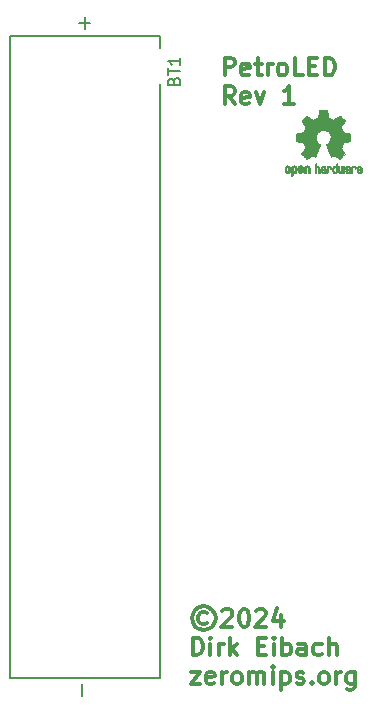
<source format=gbr>
%TF.GenerationSoftware,KiCad,Pcbnew,7.0.1*%
%TF.CreationDate,2024-04-03T13:53:06+02:00*%
%TF.ProjectId,filament,66696c61-6d65-46e7-942e-6b696361645f,rev?*%
%TF.SameCoordinates,Original*%
%TF.FileFunction,Legend,Top*%
%TF.FilePolarity,Positive*%
%FSLAX46Y46*%
G04 Gerber Fmt 4.6, Leading zero omitted, Abs format (unit mm)*
G04 Created by KiCad (PCBNEW 7.0.1) date 2024-04-03 13:53:06*
%MOMM*%
%LPD*%
G01*
G04 APERTURE LIST*
%ADD10C,0.300000*%
%ADD11C,0.150000*%
%ADD12C,0.010000*%
%ADD13C,0.127000*%
G04 APERTURE END LIST*
D10*
X142257142Y-72986428D02*
X142257142Y-71486428D01*
X142257142Y-71486428D02*
X142828571Y-71486428D01*
X142828571Y-71486428D02*
X142971428Y-71557857D01*
X142971428Y-71557857D02*
X143042857Y-71629285D01*
X143042857Y-71629285D02*
X143114285Y-71772142D01*
X143114285Y-71772142D02*
X143114285Y-71986428D01*
X143114285Y-71986428D02*
X143042857Y-72129285D01*
X143042857Y-72129285D02*
X142971428Y-72200714D01*
X142971428Y-72200714D02*
X142828571Y-72272142D01*
X142828571Y-72272142D02*
X142257142Y-72272142D01*
X144328571Y-72915000D02*
X144185714Y-72986428D01*
X144185714Y-72986428D02*
X143900000Y-72986428D01*
X143900000Y-72986428D02*
X143757142Y-72915000D01*
X143757142Y-72915000D02*
X143685714Y-72772142D01*
X143685714Y-72772142D02*
X143685714Y-72200714D01*
X143685714Y-72200714D02*
X143757142Y-72057857D01*
X143757142Y-72057857D02*
X143900000Y-71986428D01*
X143900000Y-71986428D02*
X144185714Y-71986428D01*
X144185714Y-71986428D02*
X144328571Y-72057857D01*
X144328571Y-72057857D02*
X144400000Y-72200714D01*
X144400000Y-72200714D02*
X144400000Y-72343571D01*
X144400000Y-72343571D02*
X143685714Y-72486428D01*
X144828571Y-71986428D02*
X145399999Y-71986428D01*
X145042856Y-71486428D02*
X145042856Y-72772142D01*
X145042856Y-72772142D02*
X145114285Y-72915000D01*
X145114285Y-72915000D02*
X145257142Y-72986428D01*
X145257142Y-72986428D02*
X145399999Y-72986428D01*
X145899999Y-72986428D02*
X145899999Y-71986428D01*
X145899999Y-72272142D02*
X145971428Y-72129285D01*
X145971428Y-72129285D02*
X146042857Y-72057857D01*
X146042857Y-72057857D02*
X146185714Y-71986428D01*
X146185714Y-71986428D02*
X146328571Y-71986428D01*
X147042856Y-72986428D02*
X146899999Y-72915000D01*
X146899999Y-72915000D02*
X146828570Y-72843571D01*
X146828570Y-72843571D02*
X146757142Y-72700714D01*
X146757142Y-72700714D02*
X146757142Y-72272142D01*
X146757142Y-72272142D02*
X146828570Y-72129285D01*
X146828570Y-72129285D02*
X146899999Y-72057857D01*
X146899999Y-72057857D02*
X147042856Y-71986428D01*
X147042856Y-71986428D02*
X147257142Y-71986428D01*
X147257142Y-71986428D02*
X147399999Y-72057857D01*
X147399999Y-72057857D02*
X147471428Y-72129285D01*
X147471428Y-72129285D02*
X147542856Y-72272142D01*
X147542856Y-72272142D02*
X147542856Y-72700714D01*
X147542856Y-72700714D02*
X147471428Y-72843571D01*
X147471428Y-72843571D02*
X147399999Y-72915000D01*
X147399999Y-72915000D02*
X147257142Y-72986428D01*
X147257142Y-72986428D02*
X147042856Y-72986428D01*
X148899999Y-72986428D02*
X148185713Y-72986428D01*
X148185713Y-72986428D02*
X148185713Y-71486428D01*
X149399999Y-72200714D02*
X149899999Y-72200714D01*
X150114285Y-72986428D02*
X149399999Y-72986428D01*
X149399999Y-72986428D02*
X149399999Y-71486428D01*
X149399999Y-71486428D02*
X150114285Y-71486428D01*
X150757142Y-72986428D02*
X150757142Y-71486428D01*
X150757142Y-71486428D02*
X151114285Y-71486428D01*
X151114285Y-71486428D02*
X151328571Y-71557857D01*
X151328571Y-71557857D02*
X151471428Y-71700714D01*
X151471428Y-71700714D02*
X151542857Y-71843571D01*
X151542857Y-71843571D02*
X151614285Y-72129285D01*
X151614285Y-72129285D02*
X151614285Y-72343571D01*
X151614285Y-72343571D02*
X151542857Y-72629285D01*
X151542857Y-72629285D02*
X151471428Y-72772142D01*
X151471428Y-72772142D02*
X151328571Y-72915000D01*
X151328571Y-72915000D02*
X151114285Y-72986428D01*
X151114285Y-72986428D02*
X150757142Y-72986428D01*
X143114285Y-75416428D02*
X142614285Y-74702142D01*
X142257142Y-75416428D02*
X142257142Y-73916428D01*
X142257142Y-73916428D02*
X142828571Y-73916428D01*
X142828571Y-73916428D02*
X142971428Y-73987857D01*
X142971428Y-73987857D02*
X143042857Y-74059285D01*
X143042857Y-74059285D02*
X143114285Y-74202142D01*
X143114285Y-74202142D02*
X143114285Y-74416428D01*
X143114285Y-74416428D02*
X143042857Y-74559285D01*
X143042857Y-74559285D02*
X142971428Y-74630714D01*
X142971428Y-74630714D02*
X142828571Y-74702142D01*
X142828571Y-74702142D02*
X142257142Y-74702142D01*
X144328571Y-75345000D02*
X144185714Y-75416428D01*
X144185714Y-75416428D02*
X143900000Y-75416428D01*
X143900000Y-75416428D02*
X143757142Y-75345000D01*
X143757142Y-75345000D02*
X143685714Y-75202142D01*
X143685714Y-75202142D02*
X143685714Y-74630714D01*
X143685714Y-74630714D02*
X143757142Y-74487857D01*
X143757142Y-74487857D02*
X143900000Y-74416428D01*
X143900000Y-74416428D02*
X144185714Y-74416428D01*
X144185714Y-74416428D02*
X144328571Y-74487857D01*
X144328571Y-74487857D02*
X144400000Y-74630714D01*
X144400000Y-74630714D02*
X144400000Y-74773571D01*
X144400000Y-74773571D02*
X143685714Y-74916428D01*
X144899999Y-74416428D02*
X145257142Y-75416428D01*
X145257142Y-75416428D02*
X145614285Y-74416428D01*
X148114285Y-75416428D02*
X147257142Y-75416428D01*
X147685713Y-75416428D02*
X147685713Y-73916428D01*
X147685713Y-73916428D02*
X147542856Y-74130714D01*
X147542856Y-74130714D02*
X147399999Y-74273571D01*
X147399999Y-74273571D02*
X147257142Y-74345000D01*
X140771428Y-118513571D02*
X140628571Y-118442142D01*
X140628571Y-118442142D02*
X140342857Y-118442142D01*
X140342857Y-118442142D02*
X140200000Y-118513571D01*
X140200000Y-118513571D02*
X140057142Y-118656428D01*
X140057142Y-118656428D02*
X139985714Y-118799285D01*
X139985714Y-118799285D02*
X139985714Y-119085000D01*
X139985714Y-119085000D02*
X140057142Y-119227857D01*
X140057142Y-119227857D02*
X140200000Y-119370714D01*
X140200000Y-119370714D02*
X140342857Y-119442142D01*
X140342857Y-119442142D02*
X140628571Y-119442142D01*
X140628571Y-119442142D02*
X140771428Y-119370714D01*
X140485714Y-117942142D02*
X140128571Y-118013571D01*
X140128571Y-118013571D02*
X139771428Y-118227857D01*
X139771428Y-118227857D02*
X139557142Y-118585000D01*
X139557142Y-118585000D02*
X139485714Y-118942142D01*
X139485714Y-118942142D02*
X139557142Y-119299285D01*
X139557142Y-119299285D02*
X139771428Y-119656428D01*
X139771428Y-119656428D02*
X140128571Y-119870714D01*
X140128571Y-119870714D02*
X140485714Y-119942142D01*
X140485714Y-119942142D02*
X140842857Y-119870714D01*
X140842857Y-119870714D02*
X141200000Y-119656428D01*
X141200000Y-119656428D02*
X141414285Y-119299285D01*
X141414285Y-119299285D02*
X141485714Y-118942142D01*
X141485714Y-118942142D02*
X141414285Y-118585000D01*
X141414285Y-118585000D02*
X141200000Y-118227857D01*
X141200000Y-118227857D02*
X140842857Y-118013571D01*
X140842857Y-118013571D02*
X140485714Y-117942142D01*
X142057143Y-118299285D02*
X142128571Y-118227857D01*
X142128571Y-118227857D02*
X142271429Y-118156428D01*
X142271429Y-118156428D02*
X142628571Y-118156428D01*
X142628571Y-118156428D02*
X142771429Y-118227857D01*
X142771429Y-118227857D02*
X142842857Y-118299285D01*
X142842857Y-118299285D02*
X142914286Y-118442142D01*
X142914286Y-118442142D02*
X142914286Y-118585000D01*
X142914286Y-118585000D02*
X142842857Y-118799285D01*
X142842857Y-118799285D02*
X141985714Y-119656428D01*
X141985714Y-119656428D02*
X142914286Y-119656428D01*
X143842857Y-118156428D02*
X143985714Y-118156428D01*
X143985714Y-118156428D02*
X144128571Y-118227857D01*
X144128571Y-118227857D02*
X144200000Y-118299285D01*
X144200000Y-118299285D02*
X144271428Y-118442142D01*
X144271428Y-118442142D02*
X144342857Y-118727857D01*
X144342857Y-118727857D02*
X144342857Y-119085000D01*
X144342857Y-119085000D02*
X144271428Y-119370714D01*
X144271428Y-119370714D02*
X144200000Y-119513571D01*
X144200000Y-119513571D02*
X144128571Y-119585000D01*
X144128571Y-119585000D02*
X143985714Y-119656428D01*
X143985714Y-119656428D02*
X143842857Y-119656428D01*
X143842857Y-119656428D02*
X143700000Y-119585000D01*
X143700000Y-119585000D02*
X143628571Y-119513571D01*
X143628571Y-119513571D02*
X143557142Y-119370714D01*
X143557142Y-119370714D02*
X143485714Y-119085000D01*
X143485714Y-119085000D02*
X143485714Y-118727857D01*
X143485714Y-118727857D02*
X143557142Y-118442142D01*
X143557142Y-118442142D02*
X143628571Y-118299285D01*
X143628571Y-118299285D02*
X143700000Y-118227857D01*
X143700000Y-118227857D02*
X143842857Y-118156428D01*
X144914285Y-118299285D02*
X144985713Y-118227857D01*
X144985713Y-118227857D02*
X145128571Y-118156428D01*
X145128571Y-118156428D02*
X145485713Y-118156428D01*
X145485713Y-118156428D02*
X145628571Y-118227857D01*
X145628571Y-118227857D02*
X145699999Y-118299285D01*
X145699999Y-118299285D02*
X145771428Y-118442142D01*
X145771428Y-118442142D02*
X145771428Y-118585000D01*
X145771428Y-118585000D02*
X145699999Y-118799285D01*
X145699999Y-118799285D02*
X144842856Y-119656428D01*
X144842856Y-119656428D02*
X145771428Y-119656428D01*
X147057142Y-118656428D02*
X147057142Y-119656428D01*
X146699999Y-118085000D02*
X146342856Y-119156428D01*
X146342856Y-119156428D02*
X147271427Y-119156428D01*
X139557142Y-122086428D02*
X139557142Y-120586428D01*
X139557142Y-120586428D02*
X139914285Y-120586428D01*
X139914285Y-120586428D02*
X140128571Y-120657857D01*
X140128571Y-120657857D02*
X140271428Y-120800714D01*
X140271428Y-120800714D02*
X140342857Y-120943571D01*
X140342857Y-120943571D02*
X140414285Y-121229285D01*
X140414285Y-121229285D02*
X140414285Y-121443571D01*
X140414285Y-121443571D02*
X140342857Y-121729285D01*
X140342857Y-121729285D02*
X140271428Y-121872142D01*
X140271428Y-121872142D02*
X140128571Y-122015000D01*
X140128571Y-122015000D02*
X139914285Y-122086428D01*
X139914285Y-122086428D02*
X139557142Y-122086428D01*
X141057142Y-122086428D02*
X141057142Y-121086428D01*
X141057142Y-120586428D02*
X140985714Y-120657857D01*
X140985714Y-120657857D02*
X141057142Y-120729285D01*
X141057142Y-120729285D02*
X141128571Y-120657857D01*
X141128571Y-120657857D02*
X141057142Y-120586428D01*
X141057142Y-120586428D02*
X141057142Y-120729285D01*
X141771428Y-122086428D02*
X141771428Y-121086428D01*
X141771428Y-121372142D02*
X141842857Y-121229285D01*
X141842857Y-121229285D02*
X141914286Y-121157857D01*
X141914286Y-121157857D02*
X142057143Y-121086428D01*
X142057143Y-121086428D02*
X142200000Y-121086428D01*
X142699999Y-122086428D02*
X142699999Y-120586428D01*
X142842857Y-121515000D02*
X143271428Y-122086428D01*
X143271428Y-121086428D02*
X142699999Y-121657857D01*
X145057142Y-121300714D02*
X145557142Y-121300714D01*
X145771428Y-122086428D02*
X145057142Y-122086428D01*
X145057142Y-122086428D02*
X145057142Y-120586428D01*
X145057142Y-120586428D02*
X145771428Y-120586428D01*
X146414285Y-122086428D02*
X146414285Y-121086428D01*
X146414285Y-120586428D02*
X146342857Y-120657857D01*
X146342857Y-120657857D02*
X146414285Y-120729285D01*
X146414285Y-120729285D02*
X146485714Y-120657857D01*
X146485714Y-120657857D02*
X146414285Y-120586428D01*
X146414285Y-120586428D02*
X146414285Y-120729285D01*
X147128571Y-122086428D02*
X147128571Y-120586428D01*
X147128571Y-121157857D02*
X147271429Y-121086428D01*
X147271429Y-121086428D02*
X147557143Y-121086428D01*
X147557143Y-121086428D02*
X147700000Y-121157857D01*
X147700000Y-121157857D02*
X147771429Y-121229285D01*
X147771429Y-121229285D02*
X147842857Y-121372142D01*
X147842857Y-121372142D02*
X147842857Y-121800714D01*
X147842857Y-121800714D02*
X147771429Y-121943571D01*
X147771429Y-121943571D02*
X147700000Y-122015000D01*
X147700000Y-122015000D02*
X147557143Y-122086428D01*
X147557143Y-122086428D02*
X147271429Y-122086428D01*
X147271429Y-122086428D02*
X147128571Y-122015000D01*
X149128572Y-122086428D02*
X149128572Y-121300714D01*
X149128572Y-121300714D02*
X149057143Y-121157857D01*
X149057143Y-121157857D02*
X148914286Y-121086428D01*
X148914286Y-121086428D02*
X148628572Y-121086428D01*
X148628572Y-121086428D02*
X148485714Y-121157857D01*
X149128572Y-122015000D02*
X148985714Y-122086428D01*
X148985714Y-122086428D02*
X148628572Y-122086428D01*
X148628572Y-122086428D02*
X148485714Y-122015000D01*
X148485714Y-122015000D02*
X148414286Y-121872142D01*
X148414286Y-121872142D02*
X148414286Y-121729285D01*
X148414286Y-121729285D02*
X148485714Y-121586428D01*
X148485714Y-121586428D02*
X148628572Y-121515000D01*
X148628572Y-121515000D02*
X148985714Y-121515000D01*
X148985714Y-121515000D02*
X149128572Y-121443571D01*
X150485715Y-122015000D02*
X150342857Y-122086428D01*
X150342857Y-122086428D02*
X150057143Y-122086428D01*
X150057143Y-122086428D02*
X149914286Y-122015000D01*
X149914286Y-122015000D02*
X149842857Y-121943571D01*
X149842857Y-121943571D02*
X149771429Y-121800714D01*
X149771429Y-121800714D02*
X149771429Y-121372142D01*
X149771429Y-121372142D02*
X149842857Y-121229285D01*
X149842857Y-121229285D02*
X149914286Y-121157857D01*
X149914286Y-121157857D02*
X150057143Y-121086428D01*
X150057143Y-121086428D02*
X150342857Y-121086428D01*
X150342857Y-121086428D02*
X150485715Y-121157857D01*
X151128571Y-122086428D02*
X151128571Y-120586428D01*
X151771429Y-122086428D02*
X151771429Y-121300714D01*
X151771429Y-121300714D02*
X151700000Y-121157857D01*
X151700000Y-121157857D02*
X151557143Y-121086428D01*
X151557143Y-121086428D02*
X151342857Y-121086428D01*
X151342857Y-121086428D02*
X151200000Y-121157857D01*
X151200000Y-121157857D02*
X151128571Y-121229285D01*
X139414285Y-123516428D02*
X140200000Y-123516428D01*
X140200000Y-123516428D02*
X139414285Y-124516428D01*
X139414285Y-124516428D02*
X140200000Y-124516428D01*
X141342857Y-124445000D02*
X141200000Y-124516428D01*
X141200000Y-124516428D02*
X140914286Y-124516428D01*
X140914286Y-124516428D02*
X140771428Y-124445000D01*
X140771428Y-124445000D02*
X140700000Y-124302142D01*
X140700000Y-124302142D02*
X140700000Y-123730714D01*
X140700000Y-123730714D02*
X140771428Y-123587857D01*
X140771428Y-123587857D02*
X140914286Y-123516428D01*
X140914286Y-123516428D02*
X141200000Y-123516428D01*
X141200000Y-123516428D02*
X141342857Y-123587857D01*
X141342857Y-123587857D02*
X141414286Y-123730714D01*
X141414286Y-123730714D02*
X141414286Y-123873571D01*
X141414286Y-123873571D02*
X140700000Y-124016428D01*
X142057142Y-124516428D02*
X142057142Y-123516428D01*
X142057142Y-123802142D02*
X142128571Y-123659285D01*
X142128571Y-123659285D02*
X142200000Y-123587857D01*
X142200000Y-123587857D02*
X142342857Y-123516428D01*
X142342857Y-123516428D02*
X142485714Y-123516428D01*
X143199999Y-124516428D02*
X143057142Y-124445000D01*
X143057142Y-124445000D02*
X142985713Y-124373571D01*
X142985713Y-124373571D02*
X142914285Y-124230714D01*
X142914285Y-124230714D02*
X142914285Y-123802142D01*
X142914285Y-123802142D02*
X142985713Y-123659285D01*
X142985713Y-123659285D02*
X143057142Y-123587857D01*
X143057142Y-123587857D02*
X143199999Y-123516428D01*
X143199999Y-123516428D02*
X143414285Y-123516428D01*
X143414285Y-123516428D02*
X143557142Y-123587857D01*
X143557142Y-123587857D02*
X143628571Y-123659285D01*
X143628571Y-123659285D02*
X143699999Y-123802142D01*
X143699999Y-123802142D02*
X143699999Y-124230714D01*
X143699999Y-124230714D02*
X143628571Y-124373571D01*
X143628571Y-124373571D02*
X143557142Y-124445000D01*
X143557142Y-124445000D02*
X143414285Y-124516428D01*
X143414285Y-124516428D02*
X143199999Y-124516428D01*
X144342856Y-124516428D02*
X144342856Y-123516428D01*
X144342856Y-123659285D02*
X144414285Y-123587857D01*
X144414285Y-123587857D02*
X144557142Y-123516428D01*
X144557142Y-123516428D02*
X144771428Y-123516428D01*
X144771428Y-123516428D02*
X144914285Y-123587857D01*
X144914285Y-123587857D02*
X144985714Y-123730714D01*
X144985714Y-123730714D02*
X144985714Y-124516428D01*
X144985714Y-123730714D02*
X145057142Y-123587857D01*
X145057142Y-123587857D02*
X145199999Y-123516428D01*
X145199999Y-123516428D02*
X145414285Y-123516428D01*
X145414285Y-123516428D02*
X145557142Y-123587857D01*
X145557142Y-123587857D02*
X145628571Y-123730714D01*
X145628571Y-123730714D02*
X145628571Y-124516428D01*
X146342856Y-124516428D02*
X146342856Y-123516428D01*
X146342856Y-123016428D02*
X146271428Y-123087857D01*
X146271428Y-123087857D02*
X146342856Y-123159285D01*
X146342856Y-123159285D02*
X146414285Y-123087857D01*
X146414285Y-123087857D02*
X146342856Y-123016428D01*
X146342856Y-123016428D02*
X146342856Y-123159285D01*
X147057142Y-123516428D02*
X147057142Y-125016428D01*
X147057142Y-123587857D02*
X147200000Y-123516428D01*
X147200000Y-123516428D02*
X147485714Y-123516428D01*
X147485714Y-123516428D02*
X147628571Y-123587857D01*
X147628571Y-123587857D02*
X147700000Y-123659285D01*
X147700000Y-123659285D02*
X147771428Y-123802142D01*
X147771428Y-123802142D02*
X147771428Y-124230714D01*
X147771428Y-124230714D02*
X147700000Y-124373571D01*
X147700000Y-124373571D02*
X147628571Y-124445000D01*
X147628571Y-124445000D02*
X147485714Y-124516428D01*
X147485714Y-124516428D02*
X147200000Y-124516428D01*
X147200000Y-124516428D02*
X147057142Y-124445000D01*
X148342857Y-124445000D02*
X148485714Y-124516428D01*
X148485714Y-124516428D02*
X148771428Y-124516428D01*
X148771428Y-124516428D02*
X148914285Y-124445000D01*
X148914285Y-124445000D02*
X148985714Y-124302142D01*
X148985714Y-124302142D02*
X148985714Y-124230714D01*
X148985714Y-124230714D02*
X148914285Y-124087857D01*
X148914285Y-124087857D02*
X148771428Y-124016428D01*
X148771428Y-124016428D02*
X148557143Y-124016428D01*
X148557143Y-124016428D02*
X148414285Y-123945000D01*
X148414285Y-123945000D02*
X148342857Y-123802142D01*
X148342857Y-123802142D02*
X148342857Y-123730714D01*
X148342857Y-123730714D02*
X148414285Y-123587857D01*
X148414285Y-123587857D02*
X148557143Y-123516428D01*
X148557143Y-123516428D02*
X148771428Y-123516428D01*
X148771428Y-123516428D02*
X148914285Y-123587857D01*
X149628571Y-124373571D02*
X149700000Y-124445000D01*
X149700000Y-124445000D02*
X149628571Y-124516428D01*
X149628571Y-124516428D02*
X149557143Y-124445000D01*
X149557143Y-124445000D02*
X149628571Y-124373571D01*
X149628571Y-124373571D02*
X149628571Y-124516428D01*
X150557143Y-124516428D02*
X150414286Y-124445000D01*
X150414286Y-124445000D02*
X150342857Y-124373571D01*
X150342857Y-124373571D02*
X150271429Y-124230714D01*
X150271429Y-124230714D02*
X150271429Y-123802142D01*
X150271429Y-123802142D02*
X150342857Y-123659285D01*
X150342857Y-123659285D02*
X150414286Y-123587857D01*
X150414286Y-123587857D02*
X150557143Y-123516428D01*
X150557143Y-123516428D02*
X150771429Y-123516428D01*
X150771429Y-123516428D02*
X150914286Y-123587857D01*
X150914286Y-123587857D02*
X150985715Y-123659285D01*
X150985715Y-123659285D02*
X151057143Y-123802142D01*
X151057143Y-123802142D02*
X151057143Y-124230714D01*
X151057143Y-124230714D02*
X150985715Y-124373571D01*
X150985715Y-124373571D02*
X150914286Y-124445000D01*
X150914286Y-124445000D02*
X150771429Y-124516428D01*
X150771429Y-124516428D02*
X150557143Y-124516428D01*
X151700000Y-124516428D02*
X151700000Y-123516428D01*
X151700000Y-123802142D02*
X151771429Y-123659285D01*
X151771429Y-123659285D02*
X151842858Y-123587857D01*
X151842858Y-123587857D02*
X151985715Y-123516428D01*
X151985715Y-123516428D02*
X152128572Y-123516428D01*
X153271429Y-123516428D02*
X153271429Y-124730714D01*
X153271429Y-124730714D02*
X153200000Y-124873571D01*
X153200000Y-124873571D02*
X153128571Y-124945000D01*
X153128571Y-124945000D02*
X152985714Y-125016428D01*
X152985714Y-125016428D02*
X152771429Y-125016428D01*
X152771429Y-125016428D02*
X152628571Y-124945000D01*
X153271429Y-124445000D02*
X153128571Y-124516428D01*
X153128571Y-124516428D02*
X152842857Y-124516428D01*
X152842857Y-124516428D02*
X152700000Y-124445000D01*
X152700000Y-124445000D02*
X152628571Y-124373571D01*
X152628571Y-124373571D02*
X152557143Y-124230714D01*
X152557143Y-124230714D02*
X152557143Y-123802142D01*
X152557143Y-123802142D02*
X152628571Y-123659285D01*
X152628571Y-123659285D02*
X152700000Y-123587857D01*
X152700000Y-123587857D02*
X152842857Y-123516428D01*
X152842857Y-123516428D02*
X153128571Y-123516428D01*
X153128571Y-123516428D02*
X153271429Y-123587857D01*
D11*
%TO.C,BT1*%
X137958809Y-73455714D02*
X138006428Y-73312857D01*
X138006428Y-73312857D02*
X138054047Y-73265238D01*
X138054047Y-73265238D02*
X138149285Y-73217619D01*
X138149285Y-73217619D02*
X138292142Y-73217619D01*
X138292142Y-73217619D02*
X138387380Y-73265238D01*
X138387380Y-73265238D02*
X138435000Y-73312857D01*
X138435000Y-73312857D02*
X138482619Y-73408095D01*
X138482619Y-73408095D02*
X138482619Y-73789047D01*
X138482619Y-73789047D02*
X137482619Y-73789047D01*
X137482619Y-73789047D02*
X137482619Y-73455714D01*
X137482619Y-73455714D02*
X137530238Y-73360476D01*
X137530238Y-73360476D02*
X137577857Y-73312857D01*
X137577857Y-73312857D02*
X137673095Y-73265238D01*
X137673095Y-73265238D02*
X137768333Y-73265238D01*
X137768333Y-73265238D02*
X137863571Y-73312857D01*
X137863571Y-73312857D02*
X137911190Y-73360476D01*
X137911190Y-73360476D02*
X137958809Y-73455714D01*
X137958809Y-73455714D02*
X137958809Y-73789047D01*
X137482619Y-72931904D02*
X137482619Y-72360476D01*
X138482619Y-72646190D02*
X137482619Y-72646190D01*
X138482619Y-71503333D02*
X138482619Y-72074761D01*
X138482619Y-71789047D02*
X137482619Y-71789047D01*
X137482619Y-71789047D02*
X137625476Y-71884285D01*
X137625476Y-71884285D02*
X137720714Y-71979523D01*
X137720714Y-71979523D02*
X137768333Y-72074761D01*
%TO.C,REF\u002A\u002A*%
D12*
X152379833Y-80658663D02*
X152382048Y-80696850D01*
X152383784Y-80754886D01*
X152384899Y-80828180D01*
X152385257Y-80905055D01*
X152385257Y-81165196D01*
X152339326Y-81211127D01*
X152307675Y-81239429D01*
X152279890Y-81250893D01*
X152241915Y-81250168D01*
X152226840Y-81248321D01*
X152179726Y-81242948D01*
X152140756Y-81239869D01*
X152131257Y-81239585D01*
X152099233Y-81241445D01*
X152053432Y-81246114D01*
X152035674Y-81248321D01*
X151992057Y-81251735D01*
X151962745Y-81244320D01*
X151933680Y-81221427D01*
X151923188Y-81211127D01*
X151877257Y-81165196D01*
X151877257Y-80678602D01*
X151914226Y-80661758D01*
X151946059Y-80649282D01*
X151964683Y-80644914D01*
X151969458Y-80658718D01*
X151973921Y-80697286D01*
X151977775Y-80756356D01*
X151980722Y-80831663D01*
X151982143Y-80895286D01*
X151986114Y-81145657D01*
X152020759Y-81150556D01*
X152052268Y-81147131D01*
X152067708Y-81136041D01*
X152072023Y-81115308D01*
X152075708Y-81071145D01*
X152078469Y-81009146D01*
X152080012Y-80934909D01*
X152080235Y-80896706D01*
X152080457Y-80676783D01*
X152126166Y-80660849D01*
X152158518Y-80650015D01*
X152176115Y-80644962D01*
X152176623Y-80644914D01*
X152178388Y-80658648D01*
X152180329Y-80696730D01*
X152182282Y-80754482D01*
X152184084Y-80827227D01*
X152185343Y-80895286D01*
X152189314Y-81145657D01*
X152276400Y-81145657D01*
X152280396Y-80917240D01*
X152284392Y-80688822D01*
X152326847Y-80666868D01*
X152358192Y-80651793D01*
X152376744Y-80644951D01*
X152377279Y-80644914D01*
X152379833Y-80658663D01*
G36*
X152379833Y-80658663D02*
G01*
X152382048Y-80696850D01*
X152383784Y-80754886D01*
X152384899Y-80828180D01*
X152385257Y-80905055D01*
X152385257Y-81165196D01*
X152339326Y-81211127D01*
X152307675Y-81239429D01*
X152279890Y-81250893D01*
X152241915Y-81250168D01*
X152226840Y-81248321D01*
X152179726Y-81242948D01*
X152140756Y-81239869D01*
X152131257Y-81239585D01*
X152099233Y-81241445D01*
X152053432Y-81246114D01*
X152035674Y-81248321D01*
X151992057Y-81251735D01*
X151962745Y-81244320D01*
X151933680Y-81221427D01*
X151923188Y-81211127D01*
X151877257Y-81165196D01*
X151877257Y-80678602D01*
X151914226Y-80661758D01*
X151946059Y-80649282D01*
X151964683Y-80644914D01*
X151969458Y-80658718D01*
X151973921Y-80697286D01*
X151977775Y-80756356D01*
X151980722Y-80831663D01*
X151982143Y-80895286D01*
X151986114Y-81145657D01*
X152020759Y-81150556D01*
X152052268Y-81147131D01*
X152067708Y-81136041D01*
X152072023Y-81115308D01*
X152075708Y-81071145D01*
X152078469Y-81009146D01*
X152080012Y-80934909D01*
X152080235Y-80896706D01*
X152080457Y-80676783D01*
X152126166Y-80660849D01*
X152158518Y-80650015D01*
X152176115Y-80644962D01*
X152176623Y-80644914D01*
X152178388Y-80658648D01*
X152180329Y-80696730D01*
X152182282Y-80754482D01*
X152184084Y-80827227D01*
X152185343Y-80895286D01*
X152189314Y-81145657D01*
X152276400Y-81145657D01*
X152280396Y-80917240D01*
X152284392Y-80688822D01*
X152326847Y-80666868D01*
X152358192Y-80651793D01*
X152376744Y-80644951D01*
X152377279Y-80644914D01*
X152379833Y-80658663D01*
G37*
X147334322Y-80930192D02*
X147479429Y-80930192D01*
X147480273Y-80996430D01*
X147483596Y-81040386D01*
X147490583Y-81068779D01*
X147502416Y-81088325D01*
X147508457Y-81094857D01*
X147543186Y-81119680D01*
X147576903Y-81118548D01*
X147610995Y-81097016D01*
X147631329Y-81074029D01*
X147643371Y-81040478D01*
X147650134Y-80987569D01*
X147650598Y-80981399D01*
X147651752Y-80885513D01*
X147639688Y-80814299D01*
X147614570Y-80768194D01*
X147576560Y-80747635D01*
X147562992Y-80746514D01*
X147527364Y-80752152D01*
X147502994Y-80771686D01*
X147488093Y-80809042D01*
X147480875Y-80868150D01*
X147479429Y-80930192D01*
X147334322Y-80930192D01*
X147334826Y-80860413D01*
X147337096Y-80808159D01*
X147342068Y-80771949D01*
X147350713Y-80745299D01*
X147364005Y-80721722D01*
X147366943Y-80717338D01*
X147416313Y-80658249D01*
X147470109Y-80623947D01*
X147535602Y-80610331D01*
X147557842Y-80609665D01*
X147641115Y-80621962D01*
X147709145Y-80657733D01*
X147759351Y-80715301D01*
X147777185Y-80752312D01*
X147791063Y-80807882D01*
X147798167Y-80878096D01*
X147798840Y-80954727D01*
X147793427Y-81029552D01*
X147782270Y-81094342D01*
X147765714Y-81140873D01*
X147760626Y-81148887D01*
X147700355Y-81208707D01*
X147628769Y-81244535D01*
X147551092Y-81255020D01*
X147472548Y-81238810D01*
X147450689Y-81229092D01*
X147408122Y-81199143D01*
X147370763Y-81159433D01*
X147367232Y-81154397D01*
X147352881Y-81130124D01*
X147343394Y-81104178D01*
X147337790Y-81070022D01*
X147335086Y-81021119D01*
X147334299Y-80950935D01*
X147334286Y-80935200D01*
X147334322Y-80930192D01*
G36*
X147334322Y-80930192D02*
G01*
X147479429Y-80930192D01*
X147480273Y-80996430D01*
X147483596Y-81040386D01*
X147490583Y-81068779D01*
X147502416Y-81088325D01*
X147508457Y-81094857D01*
X147543186Y-81119680D01*
X147576903Y-81118548D01*
X147610995Y-81097016D01*
X147631329Y-81074029D01*
X147643371Y-81040478D01*
X147650134Y-80987569D01*
X147650598Y-80981399D01*
X147651752Y-80885513D01*
X147639688Y-80814299D01*
X147614570Y-80768194D01*
X147576560Y-80747635D01*
X147562992Y-80746514D01*
X147527364Y-80752152D01*
X147502994Y-80771686D01*
X147488093Y-80809042D01*
X147480875Y-80868150D01*
X147479429Y-80930192D01*
X147334322Y-80930192D01*
X147334826Y-80860413D01*
X147337096Y-80808159D01*
X147342068Y-80771949D01*
X147350713Y-80745299D01*
X147364005Y-80721722D01*
X147366943Y-80717338D01*
X147416313Y-80658249D01*
X147470109Y-80623947D01*
X147535602Y-80610331D01*
X147557842Y-80609665D01*
X147641115Y-80621962D01*
X147709145Y-80657733D01*
X147759351Y-80715301D01*
X147777185Y-80752312D01*
X147791063Y-80807882D01*
X147798167Y-80878096D01*
X147798840Y-80954727D01*
X147793427Y-81029552D01*
X147782270Y-81094342D01*
X147765714Y-81140873D01*
X147760626Y-81148887D01*
X147700355Y-81208707D01*
X147628769Y-81244535D01*
X147551092Y-81255020D01*
X147472548Y-81238810D01*
X147450689Y-81229092D01*
X147408122Y-81199143D01*
X147370763Y-81159433D01*
X147367232Y-81154397D01*
X147352881Y-81130124D01*
X147343394Y-81104178D01*
X147337790Y-81070022D01*
X147335086Y-81021119D01*
X147334299Y-80950935D01*
X147334286Y-80935200D01*
X147334322Y-80930192D01*
G37*
X153460372Y-80906247D02*
X153548007Y-80906247D01*
X153549023Y-80931126D01*
X153551556Y-80935200D01*
X153568274Y-80929665D01*
X153604249Y-80915017D01*
X153652331Y-80894190D01*
X153662386Y-80889714D01*
X153723152Y-80858814D01*
X153756632Y-80831657D01*
X153763990Y-80806220D01*
X153746391Y-80780481D01*
X153731856Y-80769109D01*
X153679410Y-80746364D01*
X153630322Y-80750122D01*
X153589227Y-80777884D01*
X153560758Y-80827152D01*
X153551631Y-80866257D01*
X153548007Y-80906247D01*
X153460372Y-80906247D01*
X153461285Y-80862249D01*
X153468196Y-80795384D01*
X153481884Y-80746695D01*
X153504096Y-80710849D01*
X153536574Y-80682513D01*
X153550733Y-80673355D01*
X153615053Y-80649507D01*
X153685473Y-80648006D01*
X153753595Y-80666966D01*
X153811021Y-80704497D01*
X153838719Y-80738096D01*
X153860662Y-80799064D01*
X153862405Y-80847308D01*
X153858457Y-80911816D01*
X153709686Y-80976934D01*
X153637349Y-81010202D01*
X153590084Y-81036964D01*
X153565507Y-81060144D01*
X153561237Y-81082667D01*
X153574889Y-81107455D01*
X153589943Y-81123886D01*
X153633746Y-81150235D01*
X153681389Y-81152081D01*
X153725145Y-81131546D01*
X153757289Y-81090752D01*
X153763038Y-81076347D01*
X153790576Y-81031356D01*
X153822258Y-81012182D01*
X153865714Y-80995779D01*
X153865714Y-81057966D01*
X153861872Y-81100283D01*
X153846823Y-81135969D01*
X153815280Y-81176943D01*
X153810592Y-81182267D01*
X153775506Y-81218720D01*
X153745347Y-81238283D01*
X153707615Y-81247283D01*
X153676335Y-81250230D01*
X153620385Y-81250965D01*
X153580555Y-81241660D01*
X153555708Y-81227846D01*
X153516656Y-81197467D01*
X153489625Y-81164613D01*
X153472517Y-81123294D01*
X153463238Y-81067521D01*
X153459693Y-80991305D01*
X153459410Y-80952622D01*
X153460372Y-80906247D01*
G36*
X153460372Y-80906247D02*
G01*
X153548007Y-80906247D01*
X153549023Y-80931126D01*
X153551556Y-80935200D01*
X153568274Y-80929665D01*
X153604249Y-80915017D01*
X153652331Y-80894190D01*
X153662386Y-80889714D01*
X153723152Y-80858814D01*
X153756632Y-80831657D01*
X153763990Y-80806220D01*
X153746391Y-80780481D01*
X153731856Y-80769109D01*
X153679410Y-80746364D01*
X153630322Y-80750122D01*
X153589227Y-80777884D01*
X153560758Y-80827152D01*
X153551631Y-80866257D01*
X153548007Y-80906247D01*
X153460372Y-80906247D01*
X153461285Y-80862249D01*
X153468196Y-80795384D01*
X153481884Y-80746695D01*
X153504096Y-80710849D01*
X153536574Y-80682513D01*
X153550733Y-80673355D01*
X153615053Y-80649507D01*
X153685473Y-80648006D01*
X153753595Y-80666966D01*
X153811021Y-80704497D01*
X153838719Y-80738096D01*
X153860662Y-80799064D01*
X153862405Y-80847308D01*
X153858457Y-80911816D01*
X153709686Y-80976934D01*
X153637349Y-81010202D01*
X153590084Y-81036964D01*
X153565507Y-81060144D01*
X153561237Y-81082667D01*
X153574889Y-81107455D01*
X153589943Y-81123886D01*
X153633746Y-81150235D01*
X153681389Y-81152081D01*
X153725145Y-81131546D01*
X153757289Y-81090752D01*
X153763038Y-81076347D01*
X153790576Y-81031356D01*
X153822258Y-81012182D01*
X153865714Y-80995779D01*
X153865714Y-81057966D01*
X153861872Y-81100283D01*
X153846823Y-81135969D01*
X153815280Y-81176943D01*
X153810592Y-81182267D01*
X153775506Y-81218720D01*
X153745347Y-81238283D01*
X153707615Y-81247283D01*
X153676335Y-81250230D01*
X153620385Y-81250965D01*
X153580555Y-81241660D01*
X153555708Y-81227846D01*
X153516656Y-81197467D01*
X153489625Y-81164613D01*
X153472517Y-81123294D01*
X153463238Y-81067521D01*
X153459693Y-80991305D01*
X153459410Y-80952622D01*
X153460372Y-80906247D01*
G37*
X149316093Y-80627780D02*
X149362672Y-80654723D01*
X149395057Y-80681466D01*
X149418742Y-80709484D01*
X149435059Y-80743748D01*
X149445339Y-80789227D01*
X149450914Y-80850892D01*
X149453116Y-80933711D01*
X149453371Y-80993246D01*
X149453371Y-81212391D01*
X149391686Y-81240044D01*
X149330000Y-81267697D01*
X149322743Y-81027670D01*
X149319744Y-80938028D01*
X149316598Y-80872962D01*
X149312701Y-80828026D01*
X149307447Y-80798770D01*
X149300231Y-80780748D01*
X149290450Y-80769511D01*
X149287312Y-80767079D01*
X149239761Y-80748083D01*
X149191697Y-80755600D01*
X149163086Y-80775543D01*
X149151447Y-80789675D01*
X149143391Y-80808220D01*
X149138271Y-80836334D01*
X149135441Y-80879173D01*
X149134256Y-80941895D01*
X149134057Y-81007261D01*
X149134018Y-81089268D01*
X149132614Y-81147316D01*
X149127914Y-81186465D01*
X149117987Y-81211780D01*
X149100903Y-81228323D01*
X149074732Y-81241156D01*
X149039775Y-81254491D01*
X149001596Y-81269007D01*
X149006141Y-81011389D01*
X149007971Y-80918519D01*
X149010112Y-80849889D01*
X149013181Y-80800711D01*
X149017794Y-80766198D01*
X149024568Y-80741562D01*
X149034119Y-80722016D01*
X149045634Y-80704770D01*
X149101190Y-80649680D01*
X149168980Y-80617822D01*
X149242713Y-80610191D01*
X149316093Y-80627780D01*
G36*
X149316093Y-80627780D02*
G01*
X149362672Y-80654723D01*
X149395057Y-80681466D01*
X149418742Y-80709484D01*
X149435059Y-80743748D01*
X149445339Y-80789227D01*
X149450914Y-80850892D01*
X149453116Y-80933711D01*
X149453371Y-80993246D01*
X149453371Y-81212391D01*
X149391686Y-81240044D01*
X149330000Y-81267697D01*
X149322743Y-81027670D01*
X149319744Y-80938028D01*
X149316598Y-80872962D01*
X149312701Y-80828026D01*
X149307447Y-80798770D01*
X149300231Y-80780748D01*
X149290450Y-80769511D01*
X149287312Y-80767079D01*
X149239761Y-80748083D01*
X149191697Y-80755600D01*
X149163086Y-80775543D01*
X149151447Y-80789675D01*
X149143391Y-80808220D01*
X149138271Y-80836334D01*
X149135441Y-80879173D01*
X149134256Y-80941895D01*
X149134057Y-81007261D01*
X149134018Y-81089268D01*
X149132614Y-81147316D01*
X149127914Y-81186465D01*
X149117987Y-81211780D01*
X149100903Y-81228323D01*
X149074732Y-81241156D01*
X149039775Y-81254491D01*
X149001596Y-81269007D01*
X149006141Y-81011389D01*
X149007971Y-80918519D01*
X149010112Y-80849889D01*
X149013181Y-80800711D01*
X149017794Y-80766198D01*
X149024568Y-80741562D01*
X149034119Y-80722016D01*
X149045634Y-80704770D01*
X149101190Y-80649680D01*
X149168980Y-80617822D01*
X149242713Y-80610191D01*
X149316093Y-80627780D01*
G37*
X153252600Y-80658752D02*
X153269948Y-80666334D01*
X153311356Y-80699128D01*
X153346765Y-80746547D01*
X153368664Y-80797151D01*
X153372229Y-80822098D01*
X153360279Y-80856927D01*
X153334067Y-80875357D01*
X153305964Y-80886516D01*
X153293095Y-80888572D01*
X153286829Y-80873649D01*
X153274456Y-80841175D01*
X153269028Y-80826502D01*
X153238590Y-80775744D01*
X153194520Y-80750427D01*
X153138010Y-80751206D01*
X153133825Y-80752203D01*
X153103655Y-80766507D01*
X153081476Y-80794393D01*
X153066327Y-80839287D01*
X153057250Y-80904615D01*
X153053286Y-80993804D01*
X153052914Y-81041261D01*
X153052730Y-81116071D01*
X153051522Y-81167069D01*
X153048309Y-81199471D01*
X153042109Y-81218495D01*
X153031940Y-81229356D01*
X153016819Y-81237272D01*
X153015946Y-81237670D01*
X152986828Y-81249981D01*
X152972403Y-81254514D01*
X152970186Y-81240809D01*
X152968289Y-81202925D01*
X152966847Y-81145715D01*
X152965998Y-81074027D01*
X152965829Y-81021565D01*
X152966692Y-80920047D01*
X152970070Y-80843032D01*
X152977142Y-80786023D01*
X152989088Y-80744526D01*
X153007090Y-80714043D01*
X153032327Y-80690080D01*
X153057247Y-80673355D01*
X153117171Y-80651097D01*
X153186911Y-80646076D01*
X153252600Y-80658752D01*
G36*
X153252600Y-80658752D02*
G01*
X153269948Y-80666334D01*
X153311356Y-80699128D01*
X153346765Y-80746547D01*
X153368664Y-80797151D01*
X153372229Y-80822098D01*
X153360279Y-80856927D01*
X153334067Y-80875357D01*
X153305964Y-80886516D01*
X153293095Y-80888572D01*
X153286829Y-80873649D01*
X153274456Y-80841175D01*
X153269028Y-80826502D01*
X153238590Y-80775744D01*
X153194520Y-80750427D01*
X153138010Y-80751206D01*
X153133825Y-80752203D01*
X153103655Y-80766507D01*
X153081476Y-80794393D01*
X153066327Y-80839287D01*
X153057250Y-80904615D01*
X153053286Y-80993804D01*
X153052914Y-81041261D01*
X153052730Y-81116071D01*
X153051522Y-81167069D01*
X153048309Y-81199471D01*
X153042109Y-81218495D01*
X153031940Y-81229356D01*
X153016819Y-81237272D01*
X153015946Y-81237670D01*
X152986828Y-81249981D01*
X152972403Y-81254514D01*
X152970186Y-81240809D01*
X152968289Y-81202925D01*
X152966847Y-81145715D01*
X152965998Y-81074027D01*
X152965829Y-81021565D01*
X152966692Y-80920047D01*
X152970070Y-80843032D01*
X152977142Y-80786023D01*
X152989088Y-80744526D01*
X153007090Y-80714043D01*
X153032327Y-80690080D01*
X153057247Y-80673355D01*
X153117171Y-80651097D01*
X153186911Y-80646076D01*
X153252600Y-80658752D01*
G37*
X151369458Y-80945647D02*
X151470857Y-80945647D01*
X151471476Y-81010550D01*
X151474314Y-81053514D01*
X151480840Y-81081622D01*
X151492523Y-81101953D01*
X151506483Y-81117288D01*
X151553365Y-81146890D01*
X151603701Y-81149419D01*
X151651276Y-81124705D01*
X151654979Y-81121356D01*
X151670783Y-81103935D01*
X151680693Y-81083209D01*
X151686058Y-81052362D01*
X151688228Y-81004577D01*
X151688571Y-80951748D01*
X151687827Y-80885381D01*
X151684748Y-80841106D01*
X151678061Y-80812009D01*
X151666496Y-80791173D01*
X151657013Y-80780107D01*
X151612960Y-80752198D01*
X151562224Y-80748843D01*
X151513796Y-80770159D01*
X151504450Y-80778073D01*
X151488540Y-80795647D01*
X151478610Y-80816587D01*
X151473278Y-80847782D01*
X151471163Y-80896122D01*
X151470857Y-80945647D01*
X151369458Y-80945647D01*
X151372810Y-80858568D01*
X151384726Y-80790086D01*
X151407135Y-80738600D01*
X151442124Y-80698443D01*
X151469375Y-80677861D01*
X151518907Y-80655625D01*
X151576316Y-80645304D01*
X151629682Y-80648067D01*
X151659543Y-80659212D01*
X151671261Y-80662383D01*
X151679037Y-80650557D01*
X151684465Y-80618866D01*
X151688571Y-80570593D01*
X151693067Y-80516829D01*
X151699313Y-80484482D01*
X151710676Y-80465985D01*
X151730528Y-80453770D01*
X151743000Y-80448362D01*
X151790171Y-80428601D01*
X151790117Y-80765358D01*
X151789933Y-80873837D01*
X151789219Y-80957287D01*
X151787675Y-81019704D01*
X151785001Y-81065085D01*
X151780894Y-81097429D01*
X151775055Y-81120733D01*
X151767182Y-81138995D01*
X151761221Y-81149418D01*
X151711855Y-81205945D01*
X151649264Y-81241377D01*
X151580013Y-81254090D01*
X151510668Y-81242463D01*
X151469375Y-81221568D01*
X151426025Y-81185422D01*
X151396481Y-81141276D01*
X151378655Y-81083462D01*
X151370463Y-81006313D01*
X151369302Y-80949714D01*
X151369458Y-80945647D01*
G36*
X151369458Y-80945647D02*
G01*
X151470857Y-80945647D01*
X151471476Y-81010550D01*
X151474314Y-81053514D01*
X151480840Y-81081622D01*
X151492523Y-81101953D01*
X151506483Y-81117288D01*
X151553365Y-81146890D01*
X151603701Y-81149419D01*
X151651276Y-81124705D01*
X151654979Y-81121356D01*
X151670783Y-81103935D01*
X151680693Y-81083209D01*
X151686058Y-81052362D01*
X151688228Y-81004577D01*
X151688571Y-80951748D01*
X151687827Y-80885381D01*
X151684748Y-80841106D01*
X151678061Y-80812009D01*
X151666496Y-80791173D01*
X151657013Y-80780107D01*
X151612960Y-80752198D01*
X151562224Y-80748843D01*
X151513796Y-80770159D01*
X151504450Y-80778073D01*
X151488540Y-80795647D01*
X151478610Y-80816587D01*
X151473278Y-80847782D01*
X151471163Y-80896122D01*
X151470857Y-80945647D01*
X151369458Y-80945647D01*
X151372810Y-80858568D01*
X151384726Y-80790086D01*
X151407135Y-80738600D01*
X151442124Y-80698443D01*
X151469375Y-80677861D01*
X151518907Y-80655625D01*
X151576316Y-80645304D01*
X151629682Y-80648067D01*
X151659543Y-80659212D01*
X151671261Y-80662383D01*
X151679037Y-80650557D01*
X151684465Y-80618866D01*
X151688571Y-80570593D01*
X151693067Y-80516829D01*
X151699313Y-80484482D01*
X151710676Y-80465985D01*
X151730528Y-80453770D01*
X151743000Y-80448362D01*
X151790171Y-80428601D01*
X151790117Y-80765358D01*
X151789933Y-80873837D01*
X151789219Y-80957287D01*
X151787675Y-81019704D01*
X151785001Y-81065085D01*
X151780894Y-81097429D01*
X151775055Y-81120733D01*
X151767182Y-81138995D01*
X151761221Y-81149418D01*
X151711855Y-81205945D01*
X151649264Y-81241377D01*
X151580013Y-81254090D01*
X151510668Y-81242463D01*
X151469375Y-81221568D01*
X151426025Y-81185422D01*
X151396481Y-81141276D01*
X151378655Y-81083462D01*
X151370463Y-81006313D01*
X151369302Y-80949714D01*
X151369458Y-80945647D01*
G37*
X149975886Y-80551289D02*
X149980139Y-80610613D01*
X149985025Y-80645572D01*
X149991795Y-80660820D01*
X150001702Y-80661015D01*
X150004914Y-80659195D01*
X150047644Y-80646015D01*
X150103227Y-80646785D01*
X150159737Y-80660333D01*
X150195082Y-80677861D01*
X150231321Y-80705861D01*
X150257813Y-80737549D01*
X150275999Y-80777813D01*
X150287322Y-80831543D01*
X150293222Y-80903626D01*
X150295143Y-80998951D01*
X150295177Y-81017237D01*
X150295200Y-81222646D01*
X150249491Y-81238580D01*
X150217027Y-81249420D01*
X150199215Y-81254468D01*
X150198691Y-81254514D01*
X150196937Y-81240828D01*
X150195444Y-81203076D01*
X150194326Y-81146224D01*
X150193697Y-81075234D01*
X150193600Y-81032073D01*
X150193398Y-80946973D01*
X150192358Y-80885981D01*
X150189831Y-80844177D01*
X150185164Y-80816642D01*
X150177707Y-80798456D01*
X150166811Y-80784698D01*
X150160007Y-80778073D01*
X150113272Y-80751375D01*
X150062272Y-80749375D01*
X150016001Y-80771955D01*
X150007444Y-80780107D01*
X149994893Y-80795436D01*
X149986188Y-80813618D01*
X149980631Y-80839909D01*
X149977526Y-80879562D01*
X149976176Y-80937832D01*
X149975886Y-81018173D01*
X149975886Y-81222646D01*
X149930177Y-81238580D01*
X149897713Y-81249420D01*
X149879901Y-81254468D01*
X149879377Y-81254514D01*
X149878037Y-81240623D01*
X149876828Y-81201439D01*
X149875801Y-81140700D01*
X149875002Y-81062141D01*
X149874481Y-80969498D01*
X149874286Y-80866509D01*
X149874286Y-80469342D01*
X149921457Y-80449444D01*
X149968629Y-80429547D01*
X149975886Y-80551289D01*
G36*
X149975886Y-80551289D02*
G01*
X149980139Y-80610613D01*
X149985025Y-80645572D01*
X149991795Y-80660820D01*
X150001702Y-80661015D01*
X150004914Y-80659195D01*
X150047644Y-80646015D01*
X150103227Y-80646785D01*
X150159737Y-80660333D01*
X150195082Y-80677861D01*
X150231321Y-80705861D01*
X150257813Y-80737549D01*
X150275999Y-80777813D01*
X150287322Y-80831543D01*
X150293222Y-80903626D01*
X150295143Y-80998951D01*
X150295177Y-81017237D01*
X150295200Y-81222646D01*
X150249491Y-81238580D01*
X150217027Y-81249420D01*
X150199215Y-81254468D01*
X150198691Y-81254514D01*
X150196937Y-81240828D01*
X150195444Y-81203076D01*
X150194326Y-81146224D01*
X150193697Y-81075234D01*
X150193600Y-81032073D01*
X150193398Y-80946973D01*
X150192358Y-80885981D01*
X150189831Y-80844177D01*
X150185164Y-80816642D01*
X150177707Y-80798456D01*
X150166811Y-80784698D01*
X150160007Y-80778073D01*
X150113272Y-80751375D01*
X150062272Y-80749375D01*
X150016001Y-80771955D01*
X150007444Y-80780107D01*
X149994893Y-80795436D01*
X149986188Y-80813618D01*
X149980631Y-80839909D01*
X149977526Y-80879562D01*
X149976176Y-80937832D01*
X149975886Y-81018173D01*
X149975886Y-81222646D01*
X149930177Y-81238580D01*
X149897713Y-81249420D01*
X149879901Y-81254468D01*
X149879377Y-81254514D01*
X149878037Y-81240623D01*
X149876828Y-81201439D01*
X149875801Y-81140700D01*
X149875002Y-81062141D01*
X149874481Y-80969498D01*
X149874286Y-80866509D01*
X149874286Y-80469342D01*
X149921457Y-80449444D01*
X149968629Y-80429547D01*
X149975886Y-80551289D01*
G37*
X150639744Y-80650968D02*
X150696616Y-80672087D01*
X150697267Y-80672493D01*
X150732440Y-80698380D01*
X150758407Y-80728633D01*
X150776670Y-80768058D01*
X150788732Y-80821462D01*
X150796096Y-80893651D01*
X150800264Y-80989432D01*
X150800629Y-81003078D01*
X150805876Y-81208842D01*
X150761716Y-81231678D01*
X150729763Y-81247110D01*
X150710470Y-81254423D01*
X150709578Y-81254514D01*
X150706239Y-81241022D01*
X150703587Y-81204626D01*
X150701956Y-81151452D01*
X150701600Y-81108393D01*
X150701592Y-81038641D01*
X150698403Y-80994837D01*
X150687288Y-80973944D01*
X150663501Y-80972925D01*
X150622296Y-80988741D01*
X150560086Y-81017815D01*
X150514341Y-81041963D01*
X150490813Y-81062913D01*
X150483896Y-81085747D01*
X150483886Y-81086877D01*
X150495299Y-81126212D01*
X150529092Y-81147462D01*
X150580809Y-81150539D01*
X150618061Y-81150006D01*
X150637703Y-81160735D01*
X150649952Y-81186505D01*
X150657002Y-81219337D01*
X150646842Y-81237966D01*
X150643017Y-81240632D01*
X150607001Y-81251340D01*
X150556566Y-81252856D01*
X150504626Y-81245759D01*
X150467822Y-81232788D01*
X150416938Y-81189585D01*
X150388014Y-81129446D01*
X150382286Y-81082462D01*
X150386657Y-81040082D01*
X150402475Y-81005488D01*
X150433797Y-80974763D01*
X150484678Y-80943990D01*
X150559176Y-80909252D01*
X150563714Y-80907288D01*
X150630821Y-80876287D01*
X150672232Y-80850862D01*
X150689981Y-80828014D01*
X150686107Y-80804745D01*
X150662643Y-80778056D01*
X150655627Y-80771914D01*
X150608630Y-80748100D01*
X150559933Y-80749103D01*
X150517522Y-80772451D01*
X150489384Y-80815675D01*
X150486769Y-80824160D01*
X150461308Y-80865308D01*
X150429001Y-80885128D01*
X150382286Y-80904770D01*
X150382286Y-80853950D01*
X150396496Y-80780082D01*
X150438675Y-80712327D01*
X150460624Y-80689661D01*
X150510517Y-80660569D01*
X150573967Y-80647400D01*
X150639744Y-80650968D01*
G36*
X150639744Y-80650968D02*
G01*
X150696616Y-80672087D01*
X150697267Y-80672493D01*
X150732440Y-80698380D01*
X150758407Y-80728633D01*
X150776670Y-80768058D01*
X150788732Y-80821462D01*
X150796096Y-80893651D01*
X150800264Y-80989432D01*
X150800629Y-81003078D01*
X150805876Y-81208842D01*
X150761716Y-81231678D01*
X150729763Y-81247110D01*
X150710470Y-81254423D01*
X150709578Y-81254514D01*
X150706239Y-81241022D01*
X150703587Y-81204626D01*
X150701956Y-81151452D01*
X150701600Y-81108393D01*
X150701592Y-81038641D01*
X150698403Y-80994837D01*
X150687288Y-80973944D01*
X150663501Y-80972925D01*
X150622296Y-80988741D01*
X150560086Y-81017815D01*
X150514341Y-81041963D01*
X150490813Y-81062913D01*
X150483896Y-81085747D01*
X150483886Y-81086877D01*
X150495299Y-81126212D01*
X150529092Y-81147462D01*
X150580809Y-81150539D01*
X150618061Y-81150006D01*
X150637703Y-81160735D01*
X150649952Y-81186505D01*
X150657002Y-81219337D01*
X150646842Y-81237966D01*
X150643017Y-81240632D01*
X150607001Y-81251340D01*
X150556566Y-81252856D01*
X150504626Y-81245759D01*
X150467822Y-81232788D01*
X150416938Y-81189585D01*
X150388014Y-81129446D01*
X150382286Y-81082462D01*
X150386657Y-81040082D01*
X150402475Y-81005488D01*
X150433797Y-80974763D01*
X150484678Y-80943990D01*
X150559176Y-80909252D01*
X150563714Y-80907288D01*
X150630821Y-80876287D01*
X150672232Y-80850862D01*
X150689981Y-80828014D01*
X150686107Y-80804745D01*
X150662643Y-80778056D01*
X150655627Y-80771914D01*
X150608630Y-80748100D01*
X150559933Y-80749103D01*
X150517522Y-80772451D01*
X150489384Y-80815675D01*
X150486769Y-80824160D01*
X150461308Y-80865308D01*
X150429001Y-80885128D01*
X150382286Y-80904770D01*
X150382286Y-80853950D01*
X150396496Y-80780082D01*
X150438675Y-80712327D01*
X150460624Y-80689661D01*
X150510517Y-80660569D01*
X150573967Y-80647400D01*
X150639744Y-80650968D01*
G37*
X150703910Y-75942348D02*
X150782454Y-75942778D01*
X150839298Y-75943942D01*
X150878105Y-75946207D01*
X150902538Y-75949940D01*
X150916262Y-75955506D01*
X150922940Y-75963273D01*
X150926236Y-75973605D01*
X150926556Y-75974943D01*
X150931562Y-75999079D01*
X150940829Y-76046701D01*
X150953392Y-76112741D01*
X150968287Y-76192128D01*
X150984551Y-76279796D01*
X150985119Y-76282875D01*
X151001410Y-76368789D01*
X151016652Y-76444696D01*
X151029861Y-76506045D01*
X151040054Y-76548282D01*
X151046248Y-76566855D01*
X151046543Y-76567184D01*
X151064788Y-76576253D01*
X151102405Y-76591367D01*
X151151271Y-76609262D01*
X151151543Y-76609358D01*
X151213093Y-76632493D01*
X151285657Y-76661965D01*
X151354057Y-76691597D01*
X151357294Y-76693062D01*
X151468702Y-76743626D01*
X151715399Y-76575160D01*
X151791077Y-76523803D01*
X151859631Y-76477889D01*
X151917088Y-76440030D01*
X151959476Y-76412837D01*
X151982825Y-76398921D01*
X151985042Y-76397889D01*
X152002010Y-76402484D01*
X152033701Y-76424655D01*
X152081352Y-76465447D01*
X152146198Y-76525905D01*
X152212397Y-76590227D01*
X152276214Y-76653612D01*
X152333329Y-76711451D01*
X152380305Y-76760175D01*
X152413703Y-76796210D01*
X152430085Y-76815984D01*
X152430694Y-76817002D01*
X152432505Y-76830572D01*
X152425683Y-76852733D01*
X152408540Y-76886478D01*
X152379393Y-76934800D01*
X152336555Y-77000692D01*
X152279448Y-77085517D01*
X152228766Y-77160177D01*
X152183461Y-77227140D01*
X152146150Y-77282516D01*
X152119452Y-77322420D01*
X152105985Y-77342962D01*
X152105137Y-77344356D01*
X152106781Y-77364038D01*
X152119245Y-77402293D01*
X152140048Y-77451889D01*
X152147462Y-77467728D01*
X152179814Y-77538290D01*
X152214328Y-77618353D01*
X152242365Y-77687629D01*
X152262568Y-77739045D01*
X152278615Y-77778119D01*
X152287888Y-77798541D01*
X152289041Y-77800114D01*
X152306096Y-77802721D01*
X152346298Y-77809863D01*
X152404302Y-77820523D01*
X152474763Y-77833685D01*
X152552335Y-77848333D01*
X152631672Y-77863449D01*
X152707431Y-77878018D01*
X152774264Y-77891022D01*
X152826828Y-77901445D01*
X152859776Y-77908270D01*
X152867857Y-77910199D01*
X152876205Y-77914962D01*
X152882506Y-77925718D01*
X152887045Y-77946098D01*
X152890104Y-77979734D01*
X152891967Y-78030255D01*
X152892918Y-78101292D01*
X152893240Y-78196476D01*
X152893257Y-78235492D01*
X152893257Y-78552799D01*
X152817057Y-78567839D01*
X152774663Y-78575995D01*
X152711400Y-78587899D01*
X152634962Y-78602116D01*
X152553043Y-78617210D01*
X152530400Y-78621355D01*
X152454806Y-78636053D01*
X152388953Y-78650505D01*
X152338366Y-78663375D01*
X152308574Y-78673322D01*
X152303612Y-78676287D01*
X152291426Y-78697283D01*
X152273953Y-78737967D01*
X152254577Y-78790322D01*
X152250734Y-78801600D01*
X152225339Y-78871523D01*
X152193817Y-78950418D01*
X152162969Y-79021266D01*
X152162817Y-79021595D01*
X152111447Y-79132733D01*
X152280399Y-79381253D01*
X152449352Y-79629772D01*
X152232429Y-79847058D01*
X152166819Y-79911726D01*
X152106979Y-79968733D01*
X152056267Y-80015033D01*
X152018046Y-80047584D01*
X151995675Y-80063343D01*
X151992466Y-80064343D01*
X151973626Y-80056469D01*
X151935180Y-80034578D01*
X151881330Y-80001267D01*
X151816276Y-79959131D01*
X151745940Y-79911943D01*
X151674555Y-79863810D01*
X151610908Y-79821928D01*
X151559041Y-79788871D01*
X151522995Y-79767218D01*
X151506867Y-79759543D01*
X151487189Y-79766037D01*
X151449875Y-79783150D01*
X151402621Y-79807326D01*
X151397612Y-79810013D01*
X151333977Y-79841927D01*
X151290341Y-79857579D01*
X151263202Y-79857745D01*
X151249057Y-79843204D01*
X151248975Y-79843000D01*
X151241905Y-79825779D01*
X151225042Y-79784899D01*
X151199695Y-79723525D01*
X151167171Y-79644819D01*
X151128778Y-79551947D01*
X151085822Y-79448072D01*
X151044222Y-79347502D01*
X150998504Y-79236516D01*
X150956526Y-79133703D01*
X150919548Y-79042215D01*
X150888827Y-78965201D01*
X150865622Y-78905815D01*
X150851190Y-78867209D01*
X150846743Y-78852800D01*
X150857896Y-78836272D01*
X150887069Y-78809930D01*
X150925971Y-78780887D01*
X151036757Y-78689039D01*
X151123351Y-78583759D01*
X151184716Y-78467266D01*
X151219815Y-78341776D01*
X151227608Y-78209507D01*
X151221943Y-78148457D01*
X151191078Y-78021795D01*
X151137920Y-77909941D01*
X151065767Y-77814001D01*
X150977917Y-77735076D01*
X150877665Y-77674270D01*
X150768310Y-77632687D01*
X150653147Y-77611428D01*
X150535475Y-77611599D01*
X150418590Y-77634301D01*
X150305789Y-77680638D01*
X150200369Y-77751713D01*
X150156368Y-77791911D01*
X150071979Y-77895129D01*
X150013222Y-78007925D01*
X149979704Y-78127010D01*
X149971035Y-78249095D01*
X149986823Y-78370893D01*
X150026678Y-78489116D01*
X150090207Y-78600475D01*
X150177021Y-78701684D01*
X150274029Y-78780887D01*
X150314437Y-78811162D01*
X150342982Y-78837219D01*
X150353257Y-78852825D01*
X150347877Y-78869843D01*
X150332575Y-78910500D01*
X150308612Y-78971642D01*
X150277244Y-79050119D01*
X150239732Y-79142780D01*
X150197333Y-79246472D01*
X150155663Y-79347526D01*
X150109690Y-79458607D01*
X150067107Y-79561541D01*
X150029221Y-79653165D01*
X149997340Y-79730316D01*
X149972771Y-79789831D01*
X149956820Y-79828544D01*
X149950910Y-79843000D01*
X149936948Y-79857685D01*
X149909940Y-79857642D01*
X149866413Y-79842099D01*
X149802890Y-79810284D01*
X149802388Y-79810013D01*
X149754560Y-79785323D01*
X149715897Y-79767338D01*
X149694095Y-79759614D01*
X149693133Y-79759543D01*
X149676721Y-79767378D01*
X149640487Y-79789165D01*
X149588474Y-79822328D01*
X149524725Y-79864291D01*
X149454060Y-79911943D01*
X149382116Y-79960191D01*
X149317274Y-80002151D01*
X149263735Y-80035227D01*
X149225697Y-80056821D01*
X149207533Y-80064343D01*
X149190808Y-80054457D01*
X149157180Y-80026826D01*
X149110010Y-79984495D01*
X149052658Y-79930505D01*
X148988484Y-79867899D01*
X148967497Y-79846983D01*
X148750499Y-79629623D01*
X148915668Y-79387220D01*
X148965864Y-79312781D01*
X149009919Y-79245972D01*
X149045362Y-79190665D01*
X149069719Y-79150729D01*
X149080522Y-79130036D01*
X149080838Y-79128563D01*
X149075143Y-79109058D01*
X149059826Y-79069822D01*
X149037537Y-79017430D01*
X149021893Y-78982355D01*
X148992641Y-78915201D01*
X148965094Y-78847358D01*
X148943737Y-78790034D01*
X148937935Y-78772572D01*
X148921452Y-78725938D01*
X148905340Y-78689905D01*
X148896490Y-78676287D01*
X148876960Y-78667952D01*
X148834334Y-78656137D01*
X148774145Y-78642181D01*
X148701922Y-78627422D01*
X148669600Y-78621355D01*
X148587522Y-78606273D01*
X148508795Y-78591669D01*
X148441109Y-78578980D01*
X148392160Y-78569642D01*
X148382943Y-78567839D01*
X148306743Y-78552799D01*
X148306743Y-78235492D01*
X148306914Y-78131154D01*
X148307616Y-78052213D01*
X148309134Y-77995038D01*
X148311749Y-77955999D01*
X148315746Y-77931465D01*
X148321409Y-77917805D01*
X148329020Y-77911389D01*
X148332143Y-77910199D01*
X148350978Y-77905980D01*
X148392588Y-77897562D01*
X148451630Y-77885961D01*
X148522757Y-77872195D01*
X148600625Y-77857280D01*
X148679887Y-77842232D01*
X148755198Y-77828069D01*
X148821213Y-77815806D01*
X148872587Y-77806461D01*
X148903975Y-77801050D01*
X148910959Y-77800114D01*
X148917285Y-77787596D01*
X148931290Y-77754246D01*
X148950355Y-77706377D01*
X148957634Y-77687629D01*
X148986996Y-77615195D01*
X149021571Y-77535170D01*
X149052537Y-77467728D01*
X149075323Y-77416159D01*
X149090482Y-77373785D01*
X149095542Y-77347834D01*
X149094736Y-77344356D01*
X149084041Y-77327936D01*
X149059620Y-77291417D01*
X149024095Y-77238687D01*
X148980087Y-77173635D01*
X148930217Y-77100151D01*
X148920356Y-77085645D01*
X148862492Y-76999704D01*
X148819956Y-76934261D01*
X148791054Y-76886304D01*
X148774090Y-76852820D01*
X148767367Y-76830795D01*
X148769190Y-76817217D01*
X148769236Y-76817131D01*
X148783586Y-76799297D01*
X148815323Y-76764817D01*
X148861010Y-76717268D01*
X148917204Y-76660222D01*
X148980468Y-76597255D01*
X148987602Y-76590227D01*
X149067330Y-76513020D01*
X149128857Y-76456330D01*
X149173421Y-76419110D01*
X149202257Y-76400315D01*
X149214958Y-76397889D01*
X149233494Y-76408471D01*
X149271961Y-76432916D01*
X149326386Y-76468612D01*
X149392798Y-76512947D01*
X149467225Y-76563311D01*
X149484601Y-76575160D01*
X149731297Y-76743626D01*
X149842706Y-76693062D01*
X149910457Y-76663595D01*
X149983183Y-76633959D01*
X150045703Y-76610330D01*
X150048457Y-76609358D01*
X150097360Y-76591457D01*
X150135057Y-76576320D01*
X150153425Y-76567210D01*
X150153456Y-76567184D01*
X150159285Y-76550717D01*
X150169192Y-76510219D01*
X150182195Y-76450242D01*
X150197309Y-76375340D01*
X150213552Y-76290064D01*
X150214881Y-76282875D01*
X150231175Y-76195014D01*
X150246133Y-76115260D01*
X150258791Y-76048681D01*
X150268186Y-76000347D01*
X150273354Y-75975325D01*
X150273444Y-75974943D01*
X150276589Y-75964299D01*
X150282704Y-75956262D01*
X150295453Y-75950467D01*
X150318500Y-75946547D01*
X150355509Y-75944135D01*
X150410144Y-75942865D01*
X150486067Y-75942371D01*
X150586944Y-75942286D01*
X150600000Y-75942286D01*
X150703910Y-75942348D01*
G36*
X150703910Y-75942348D02*
G01*
X150782454Y-75942778D01*
X150839298Y-75943942D01*
X150878105Y-75946207D01*
X150902538Y-75949940D01*
X150916262Y-75955506D01*
X150922940Y-75963273D01*
X150926236Y-75973605D01*
X150926556Y-75974943D01*
X150931562Y-75999079D01*
X150940829Y-76046701D01*
X150953392Y-76112741D01*
X150968287Y-76192128D01*
X150984551Y-76279796D01*
X150985119Y-76282875D01*
X151001410Y-76368789D01*
X151016652Y-76444696D01*
X151029861Y-76506045D01*
X151040054Y-76548282D01*
X151046248Y-76566855D01*
X151046543Y-76567184D01*
X151064788Y-76576253D01*
X151102405Y-76591367D01*
X151151271Y-76609262D01*
X151151543Y-76609358D01*
X151213093Y-76632493D01*
X151285657Y-76661965D01*
X151354057Y-76691597D01*
X151357294Y-76693062D01*
X151468702Y-76743626D01*
X151715399Y-76575160D01*
X151791077Y-76523803D01*
X151859631Y-76477889D01*
X151917088Y-76440030D01*
X151959476Y-76412837D01*
X151982825Y-76398921D01*
X151985042Y-76397889D01*
X152002010Y-76402484D01*
X152033701Y-76424655D01*
X152081352Y-76465447D01*
X152146198Y-76525905D01*
X152212397Y-76590227D01*
X152276214Y-76653612D01*
X152333329Y-76711451D01*
X152380305Y-76760175D01*
X152413703Y-76796210D01*
X152430085Y-76815984D01*
X152430694Y-76817002D01*
X152432505Y-76830572D01*
X152425683Y-76852733D01*
X152408540Y-76886478D01*
X152379393Y-76934800D01*
X152336555Y-77000692D01*
X152279448Y-77085517D01*
X152228766Y-77160177D01*
X152183461Y-77227140D01*
X152146150Y-77282516D01*
X152119452Y-77322420D01*
X152105985Y-77342962D01*
X152105137Y-77344356D01*
X152106781Y-77364038D01*
X152119245Y-77402293D01*
X152140048Y-77451889D01*
X152147462Y-77467728D01*
X152179814Y-77538290D01*
X152214328Y-77618353D01*
X152242365Y-77687629D01*
X152262568Y-77739045D01*
X152278615Y-77778119D01*
X152287888Y-77798541D01*
X152289041Y-77800114D01*
X152306096Y-77802721D01*
X152346298Y-77809863D01*
X152404302Y-77820523D01*
X152474763Y-77833685D01*
X152552335Y-77848333D01*
X152631672Y-77863449D01*
X152707431Y-77878018D01*
X152774264Y-77891022D01*
X152826828Y-77901445D01*
X152859776Y-77908270D01*
X152867857Y-77910199D01*
X152876205Y-77914962D01*
X152882506Y-77925718D01*
X152887045Y-77946098D01*
X152890104Y-77979734D01*
X152891967Y-78030255D01*
X152892918Y-78101292D01*
X152893240Y-78196476D01*
X152893257Y-78235492D01*
X152893257Y-78552799D01*
X152817057Y-78567839D01*
X152774663Y-78575995D01*
X152711400Y-78587899D01*
X152634962Y-78602116D01*
X152553043Y-78617210D01*
X152530400Y-78621355D01*
X152454806Y-78636053D01*
X152388953Y-78650505D01*
X152338366Y-78663375D01*
X152308574Y-78673322D01*
X152303612Y-78676287D01*
X152291426Y-78697283D01*
X152273953Y-78737967D01*
X152254577Y-78790322D01*
X152250734Y-78801600D01*
X152225339Y-78871523D01*
X152193817Y-78950418D01*
X152162969Y-79021266D01*
X152162817Y-79021595D01*
X152111447Y-79132733D01*
X152280399Y-79381253D01*
X152449352Y-79629772D01*
X152232429Y-79847058D01*
X152166819Y-79911726D01*
X152106979Y-79968733D01*
X152056267Y-80015033D01*
X152018046Y-80047584D01*
X151995675Y-80063343D01*
X151992466Y-80064343D01*
X151973626Y-80056469D01*
X151935180Y-80034578D01*
X151881330Y-80001267D01*
X151816276Y-79959131D01*
X151745940Y-79911943D01*
X151674555Y-79863810D01*
X151610908Y-79821928D01*
X151559041Y-79788871D01*
X151522995Y-79767218D01*
X151506867Y-79759543D01*
X151487189Y-79766037D01*
X151449875Y-79783150D01*
X151402621Y-79807326D01*
X151397612Y-79810013D01*
X151333977Y-79841927D01*
X151290341Y-79857579D01*
X151263202Y-79857745D01*
X151249057Y-79843204D01*
X151248975Y-79843000D01*
X151241905Y-79825779D01*
X151225042Y-79784899D01*
X151199695Y-79723525D01*
X151167171Y-79644819D01*
X151128778Y-79551947D01*
X151085822Y-79448072D01*
X151044222Y-79347502D01*
X150998504Y-79236516D01*
X150956526Y-79133703D01*
X150919548Y-79042215D01*
X150888827Y-78965201D01*
X150865622Y-78905815D01*
X150851190Y-78867209D01*
X150846743Y-78852800D01*
X150857896Y-78836272D01*
X150887069Y-78809930D01*
X150925971Y-78780887D01*
X151036757Y-78689039D01*
X151123351Y-78583759D01*
X151184716Y-78467266D01*
X151219815Y-78341776D01*
X151227608Y-78209507D01*
X151221943Y-78148457D01*
X151191078Y-78021795D01*
X151137920Y-77909941D01*
X151065767Y-77814001D01*
X150977917Y-77735076D01*
X150877665Y-77674270D01*
X150768310Y-77632687D01*
X150653147Y-77611428D01*
X150535475Y-77611599D01*
X150418590Y-77634301D01*
X150305789Y-77680638D01*
X150200369Y-77751713D01*
X150156368Y-77791911D01*
X150071979Y-77895129D01*
X150013222Y-78007925D01*
X149979704Y-78127010D01*
X149971035Y-78249095D01*
X149986823Y-78370893D01*
X150026678Y-78489116D01*
X150090207Y-78600475D01*
X150177021Y-78701684D01*
X150274029Y-78780887D01*
X150314437Y-78811162D01*
X150342982Y-78837219D01*
X150353257Y-78852825D01*
X150347877Y-78869843D01*
X150332575Y-78910500D01*
X150308612Y-78971642D01*
X150277244Y-79050119D01*
X150239732Y-79142780D01*
X150197333Y-79246472D01*
X150155663Y-79347526D01*
X150109690Y-79458607D01*
X150067107Y-79561541D01*
X150029221Y-79653165D01*
X149997340Y-79730316D01*
X149972771Y-79789831D01*
X149956820Y-79828544D01*
X149950910Y-79843000D01*
X149936948Y-79857685D01*
X149909940Y-79857642D01*
X149866413Y-79842099D01*
X149802890Y-79810284D01*
X149802388Y-79810013D01*
X149754560Y-79785323D01*
X149715897Y-79767338D01*
X149694095Y-79759614D01*
X149693133Y-79759543D01*
X149676721Y-79767378D01*
X149640487Y-79789165D01*
X149588474Y-79822328D01*
X149524725Y-79864291D01*
X149454060Y-79911943D01*
X149382116Y-79960191D01*
X149317274Y-80002151D01*
X149263735Y-80035227D01*
X149225697Y-80056821D01*
X149207533Y-80064343D01*
X149190808Y-80054457D01*
X149157180Y-80026826D01*
X149110010Y-79984495D01*
X149052658Y-79930505D01*
X148988484Y-79867899D01*
X148967497Y-79846983D01*
X148750499Y-79629623D01*
X148915668Y-79387220D01*
X148965864Y-79312781D01*
X149009919Y-79245972D01*
X149045362Y-79190665D01*
X149069719Y-79150729D01*
X149080522Y-79130036D01*
X149080838Y-79128563D01*
X149075143Y-79109058D01*
X149059826Y-79069822D01*
X149037537Y-79017430D01*
X149021893Y-78982355D01*
X148992641Y-78915201D01*
X148965094Y-78847358D01*
X148943737Y-78790034D01*
X148937935Y-78772572D01*
X148921452Y-78725938D01*
X148905340Y-78689905D01*
X148896490Y-78676287D01*
X148876960Y-78667952D01*
X148834334Y-78656137D01*
X148774145Y-78642181D01*
X148701922Y-78627422D01*
X148669600Y-78621355D01*
X148587522Y-78606273D01*
X148508795Y-78591669D01*
X148441109Y-78578980D01*
X148392160Y-78569642D01*
X148382943Y-78567839D01*
X148306743Y-78552799D01*
X148306743Y-78235492D01*
X148306914Y-78131154D01*
X148307616Y-78052213D01*
X148309134Y-77995038D01*
X148311749Y-77955999D01*
X148315746Y-77931465D01*
X148321409Y-77917805D01*
X148329020Y-77911389D01*
X148332143Y-77910199D01*
X148350978Y-77905980D01*
X148392588Y-77897562D01*
X148451630Y-77885961D01*
X148522757Y-77872195D01*
X148600625Y-77857280D01*
X148679887Y-77842232D01*
X148755198Y-77828069D01*
X148821213Y-77815806D01*
X148872587Y-77806461D01*
X148903975Y-77801050D01*
X148910959Y-77800114D01*
X148917285Y-77787596D01*
X148931290Y-77754246D01*
X148950355Y-77706377D01*
X148957634Y-77687629D01*
X148986996Y-77615195D01*
X149021571Y-77535170D01*
X149052537Y-77467728D01*
X149075323Y-77416159D01*
X149090482Y-77373785D01*
X149095542Y-77347834D01*
X149094736Y-77344356D01*
X149084041Y-77327936D01*
X149059620Y-77291417D01*
X149024095Y-77238687D01*
X148980087Y-77173635D01*
X148930217Y-77100151D01*
X148920356Y-77085645D01*
X148862492Y-76999704D01*
X148819956Y-76934261D01*
X148791054Y-76886304D01*
X148774090Y-76852820D01*
X148767367Y-76830795D01*
X148769190Y-76817217D01*
X148769236Y-76817131D01*
X148783586Y-76799297D01*
X148815323Y-76764817D01*
X148861010Y-76717268D01*
X148917204Y-76660222D01*
X148980468Y-76597255D01*
X148987602Y-76590227D01*
X149067330Y-76513020D01*
X149128857Y-76456330D01*
X149173421Y-76419110D01*
X149202257Y-76400315D01*
X149214958Y-76397889D01*
X149233494Y-76408471D01*
X149271961Y-76432916D01*
X149326386Y-76468612D01*
X149392798Y-76512947D01*
X149467225Y-76563311D01*
X149484601Y-76575160D01*
X149731297Y-76743626D01*
X149842706Y-76693062D01*
X149910457Y-76663595D01*
X149983183Y-76633959D01*
X150045703Y-76610330D01*
X150048457Y-76609358D01*
X150097360Y-76591457D01*
X150135057Y-76576320D01*
X150153425Y-76567210D01*
X150153456Y-76567184D01*
X150159285Y-76550717D01*
X150169192Y-76510219D01*
X150182195Y-76450242D01*
X150197309Y-76375340D01*
X150213552Y-76290064D01*
X150214881Y-76282875D01*
X150231175Y-76195014D01*
X150246133Y-76115260D01*
X150258791Y-76048681D01*
X150268186Y-76000347D01*
X150273354Y-75975325D01*
X150273444Y-75974943D01*
X150276589Y-75964299D01*
X150282704Y-75956262D01*
X150295453Y-75950467D01*
X150318500Y-75946547D01*
X150355509Y-75944135D01*
X150410144Y-75942865D01*
X150486067Y-75942371D01*
X150586944Y-75942286D01*
X150600000Y-75942286D01*
X150703910Y-75942348D01*
G37*
X152744876Y-80656335D02*
X152786667Y-80675344D01*
X152819469Y-80698378D01*
X152843503Y-80724133D01*
X152860097Y-80757358D01*
X152870577Y-80802800D01*
X152876271Y-80865207D01*
X152878507Y-80949327D01*
X152878743Y-81004721D01*
X152878743Y-81220826D01*
X152841774Y-81237670D01*
X152812656Y-81249981D01*
X152798231Y-81254514D01*
X152795472Y-81241025D01*
X152793282Y-81204653D01*
X152791942Y-81151542D01*
X152791657Y-81109372D01*
X152790434Y-81048447D01*
X152787136Y-81000115D01*
X152782321Y-80970518D01*
X152778496Y-80964229D01*
X152752783Y-80970652D01*
X152712418Y-80987125D01*
X152665679Y-81009458D01*
X152620845Y-81033457D01*
X152586193Y-81054930D01*
X152570002Y-81069685D01*
X152569938Y-81069845D01*
X152571330Y-81097152D01*
X152583818Y-81123219D01*
X152605743Y-81144392D01*
X152637743Y-81151474D01*
X152665092Y-81150649D01*
X152703826Y-81150042D01*
X152724158Y-81159116D01*
X152736369Y-81183092D01*
X152737909Y-81187613D01*
X152743203Y-81221806D01*
X152729047Y-81242568D01*
X152692148Y-81252462D01*
X152652289Y-81254292D01*
X152580562Y-81240727D01*
X152543432Y-81221355D01*
X152497576Y-81175845D01*
X152473256Y-81119983D01*
X152471073Y-81060957D01*
X152491629Y-81005953D01*
X152522549Y-80971486D01*
X152553420Y-80952189D01*
X152601942Y-80927759D01*
X152658485Y-80902985D01*
X152667910Y-80899199D01*
X152730019Y-80871791D01*
X152765822Y-80847634D01*
X152777337Y-80823619D01*
X152766580Y-80796635D01*
X152748114Y-80775543D01*
X152704469Y-80749572D01*
X152656446Y-80747624D01*
X152612406Y-80767637D01*
X152580709Y-80807551D01*
X152576549Y-80817848D01*
X152552327Y-80855724D01*
X152516965Y-80883842D01*
X152472343Y-80906917D01*
X152472343Y-80841485D01*
X152474969Y-80801506D01*
X152486230Y-80769997D01*
X152511199Y-80736378D01*
X152535169Y-80710484D01*
X152572441Y-80673817D01*
X152601401Y-80654121D01*
X152632505Y-80646220D01*
X152667713Y-80644914D01*
X152744876Y-80656335D01*
G36*
X152744876Y-80656335D02*
G01*
X152786667Y-80675344D01*
X152819469Y-80698378D01*
X152843503Y-80724133D01*
X152860097Y-80757358D01*
X152870577Y-80802800D01*
X152876271Y-80865207D01*
X152878507Y-80949327D01*
X152878743Y-81004721D01*
X152878743Y-81220826D01*
X152841774Y-81237670D01*
X152812656Y-81249981D01*
X152798231Y-81254514D01*
X152795472Y-81241025D01*
X152793282Y-81204653D01*
X152791942Y-81151542D01*
X152791657Y-81109372D01*
X152790434Y-81048447D01*
X152787136Y-81000115D01*
X152782321Y-80970518D01*
X152778496Y-80964229D01*
X152752783Y-80970652D01*
X152712418Y-80987125D01*
X152665679Y-81009458D01*
X152620845Y-81033457D01*
X152586193Y-81054930D01*
X152570002Y-81069685D01*
X152569938Y-81069845D01*
X152571330Y-81097152D01*
X152583818Y-81123219D01*
X152605743Y-81144392D01*
X152637743Y-81151474D01*
X152665092Y-81150649D01*
X152703826Y-81150042D01*
X152724158Y-81159116D01*
X152736369Y-81183092D01*
X152737909Y-81187613D01*
X152743203Y-81221806D01*
X152729047Y-81242568D01*
X152692148Y-81252462D01*
X152652289Y-81254292D01*
X152580562Y-81240727D01*
X152543432Y-81221355D01*
X152497576Y-81175845D01*
X152473256Y-81119983D01*
X152471073Y-81060957D01*
X152491629Y-81005953D01*
X152522549Y-80971486D01*
X152553420Y-80952189D01*
X152601942Y-80927759D01*
X152658485Y-80902985D01*
X152667910Y-80899199D01*
X152730019Y-80871791D01*
X152765822Y-80847634D01*
X152777337Y-80823619D01*
X152766580Y-80796635D01*
X152748114Y-80775543D01*
X152704469Y-80749572D01*
X152656446Y-80747624D01*
X152612406Y-80767637D01*
X152580709Y-80807551D01*
X152576549Y-80817848D01*
X152552327Y-80855724D01*
X152516965Y-80883842D01*
X152472343Y-80906917D01*
X152472343Y-80841485D01*
X152474969Y-80801506D01*
X152486230Y-80769997D01*
X152511199Y-80736378D01*
X152535169Y-80710484D01*
X152572441Y-80673817D01*
X152601401Y-80654121D01*
X152632505Y-80646220D01*
X152667713Y-80644914D01*
X152744876Y-80656335D01*
G37*
X148443233Y-80842748D02*
X148582514Y-80842748D01*
X148584324Y-80874753D01*
X148594222Y-80884093D01*
X148618898Y-80877105D01*
X148657795Y-80860587D01*
X148701275Y-80839881D01*
X148702356Y-80839333D01*
X148739209Y-80819949D01*
X148754000Y-80807013D01*
X148750353Y-80793451D01*
X148734995Y-80775632D01*
X148695923Y-80749845D01*
X148653846Y-80747950D01*
X148616103Y-80766717D01*
X148590034Y-80802915D01*
X148582514Y-80842748D01*
X148443233Y-80842748D01*
X148447194Y-80806027D01*
X148471550Y-80736212D01*
X148505456Y-80687302D01*
X148566653Y-80637878D01*
X148634063Y-80613359D01*
X148702880Y-80611797D01*
X148768303Y-80631239D01*
X148825527Y-80669735D01*
X148869749Y-80725335D01*
X148896167Y-80796086D01*
X148901510Y-80848162D01*
X148900903Y-80869893D01*
X148895822Y-80886531D01*
X148881855Y-80901437D01*
X148854589Y-80917973D01*
X148809612Y-80939498D01*
X148742511Y-80969374D01*
X148742171Y-80969524D01*
X148680407Y-80997813D01*
X148629759Y-81022933D01*
X148595404Y-81042179D01*
X148582518Y-81052848D01*
X148582514Y-81052934D01*
X148593872Y-81076166D01*
X148620431Y-81101774D01*
X148650923Y-81120221D01*
X148666370Y-81123886D01*
X148708515Y-81111212D01*
X148744808Y-81079471D01*
X148762517Y-81044572D01*
X148779552Y-81018845D01*
X148812922Y-80989546D01*
X148852149Y-80964235D01*
X148886756Y-80950471D01*
X148893993Y-80949714D01*
X148902139Y-80962160D01*
X148902630Y-80993972D01*
X148896643Y-81036866D01*
X148885357Y-81082558D01*
X148869950Y-81122761D01*
X148869171Y-81124322D01*
X148822804Y-81189062D01*
X148762711Y-81233097D01*
X148694465Y-81254711D01*
X148623638Y-81252185D01*
X148555804Y-81223804D01*
X148552788Y-81221808D01*
X148499427Y-81173448D01*
X148464340Y-81110352D01*
X148444922Y-81027387D01*
X148442316Y-81004078D01*
X148437701Y-80894055D01*
X148443233Y-80842748D01*
G36*
X148443233Y-80842748D02*
G01*
X148582514Y-80842748D01*
X148584324Y-80874753D01*
X148594222Y-80884093D01*
X148618898Y-80877105D01*
X148657795Y-80860587D01*
X148701275Y-80839881D01*
X148702356Y-80839333D01*
X148739209Y-80819949D01*
X148754000Y-80807013D01*
X148750353Y-80793451D01*
X148734995Y-80775632D01*
X148695923Y-80749845D01*
X148653846Y-80747950D01*
X148616103Y-80766717D01*
X148590034Y-80802915D01*
X148582514Y-80842748D01*
X148443233Y-80842748D01*
X148447194Y-80806027D01*
X148471550Y-80736212D01*
X148505456Y-80687302D01*
X148566653Y-80637878D01*
X148634063Y-80613359D01*
X148702880Y-80611797D01*
X148768303Y-80631239D01*
X148825527Y-80669735D01*
X148869749Y-80725335D01*
X148896167Y-80796086D01*
X148901510Y-80848162D01*
X148900903Y-80869893D01*
X148895822Y-80886531D01*
X148881855Y-80901437D01*
X148854589Y-80917973D01*
X148809612Y-80939498D01*
X148742511Y-80969374D01*
X148742171Y-80969524D01*
X148680407Y-80997813D01*
X148629759Y-81022933D01*
X148595404Y-81042179D01*
X148582518Y-81052848D01*
X148582514Y-81052934D01*
X148593872Y-81076166D01*
X148620431Y-81101774D01*
X148650923Y-81120221D01*
X148666370Y-81123886D01*
X148708515Y-81111212D01*
X148744808Y-81079471D01*
X148762517Y-81044572D01*
X148779552Y-81018845D01*
X148812922Y-80989546D01*
X148852149Y-80964235D01*
X148886756Y-80950471D01*
X148893993Y-80949714D01*
X148902139Y-80962160D01*
X148902630Y-80993972D01*
X148896643Y-81036866D01*
X148885357Y-81082558D01*
X148869950Y-81122761D01*
X148869171Y-81124322D01*
X148822804Y-81189062D01*
X148762711Y-81233097D01*
X148694465Y-81254711D01*
X148623638Y-81252185D01*
X148555804Y-81223804D01*
X148552788Y-81221808D01*
X148499427Y-81173448D01*
X148464340Y-81110352D01*
X148444922Y-81027387D01*
X148442316Y-81004078D01*
X148437701Y-80894055D01*
X148443233Y-80842748D01*
G37*
X151129926Y-80649755D02*
X151195858Y-80674084D01*
X151249273Y-80717117D01*
X151270164Y-80747409D01*
X151292939Y-80802994D01*
X151292466Y-80843186D01*
X151268562Y-80870217D01*
X151259717Y-80874813D01*
X151221530Y-80889144D01*
X151202028Y-80885472D01*
X151195422Y-80861407D01*
X151195086Y-80848114D01*
X151182992Y-80799210D01*
X151151471Y-80764999D01*
X151107659Y-80748476D01*
X151058695Y-80752634D01*
X151018894Y-80774227D01*
X151005450Y-80786544D01*
X150995921Y-80801487D01*
X150989485Y-80824075D01*
X150985317Y-80859328D01*
X150982597Y-80912266D01*
X150980502Y-80987907D01*
X150979960Y-81011857D01*
X150977981Y-81093790D01*
X150975731Y-81151455D01*
X150972357Y-81189608D01*
X150967006Y-81213004D01*
X150958824Y-81226398D01*
X150946959Y-81234545D01*
X150939362Y-81238144D01*
X150907102Y-81250452D01*
X150888111Y-81254514D01*
X150881836Y-81240948D01*
X150878006Y-81199934D01*
X150876600Y-81130999D01*
X150877598Y-81033669D01*
X150877908Y-81018657D01*
X150880101Y-80929859D01*
X150882693Y-80865019D01*
X150886382Y-80819067D01*
X150891864Y-80786935D01*
X150899835Y-80763553D01*
X150910993Y-80743852D01*
X150916830Y-80735410D01*
X150950296Y-80698057D01*
X150987727Y-80669003D01*
X150992309Y-80666467D01*
X151059426Y-80646443D01*
X151129926Y-80649755D01*
G36*
X151129926Y-80649755D02*
G01*
X151195858Y-80674084D01*
X151249273Y-80717117D01*
X151270164Y-80747409D01*
X151292939Y-80802994D01*
X151292466Y-80843186D01*
X151268562Y-80870217D01*
X151259717Y-80874813D01*
X151221530Y-80889144D01*
X151202028Y-80885472D01*
X151195422Y-80861407D01*
X151195086Y-80848114D01*
X151182992Y-80799210D01*
X151151471Y-80764999D01*
X151107659Y-80748476D01*
X151058695Y-80752634D01*
X151018894Y-80774227D01*
X151005450Y-80786544D01*
X150995921Y-80801487D01*
X150989485Y-80824075D01*
X150985317Y-80859328D01*
X150982597Y-80912266D01*
X150980502Y-80987907D01*
X150979960Y-81011857D01*
X150977981Y-81093790D01*
X150975731Y-81151455D01*
X150972357Y-81189608D01*
X150967006Y-81213004D01*
X150958824Y-81226398D01*
X150946959Y-81234545D01*
X150939362Y-81238144D01*
X150907102Y-81250452D01*
X150888111Y-81254514D01*
X150881836Y-81240948D01*
X150878006Y-81199934D01*
X150876600Y-81130999D01*
X150877598Y-81033669D01*
X150877908Y-81018657D01*
X150880101Y-80929859D01*
X150882693Y-80865019D01*
X150886382Y-80819067D01*
X150891864Y-80786935D01*
X150899835Y-80763553D01*
X150910993Y-80743852D01*
X150916830Y-80735410D01*
X150950296Y-80698057D01*
X150987727Y-80669003D01*
X150992309Y-80666467D01*
X151059426Y-80646443D01*
X151129926Y-80649755D01*
G37*
X147891472Y-80928603D02*
X148030971Y-80928603D01*
X148031755Y-80990499D01*
X148035240Y-81030997D01*
X148043124Y-81057708D01*
X148057105Y-81078244D01*
X148066597Y-81088260D01*
X148105404Y-81117567D01*
X148139763Y-81119952D01*
X148175216Y-81095750D01*
X148176114Y-81094857D01*
X148190539Y-81076153D01*
X148199313Y-81050732D01*
X148203739Y-81011584D01*
X148205118Y-80951697D01*
X148205143Y-80938430D01*
X148201812Y-80855901D01*
X148190969Y-80798691D01*
X148171340Y-80763766D01*
X148141650Y-80748094D01*
X148124491Y-80746514D01*
X148083766Y-80753926D01*
X148055832Y-80778330D01*
X148039017Y-80822980D01*
X148031650Y-80891130D01*
X148030971Y-80928603D01*
X147891472Y-80928603D01*
X147891708Y-80915245D01*
X147893677Y-80850333D01*
X147896450Y-80802958D01*
X147900388Y-80769290D01*
X147905849Y-80745498D01*
X147913192Y-80727753D01*
X147922777Y-80712224D01*
X147926887Y-80706381D01*
X147981405Y-80651185D01*
X148050336Y-80619890D01*
X148130072Y-80611165D01*
X148199744Y-80619918D01*
X148255201Y-80647568D01*
X148304148Y-80698480D01*
X148317629Y-80717338D01*
X148332314Y-80742015D01*
X148341842Y-80768816D01*
X148347293Y-80804587D01*
X148349747Y-80856169D01*
X148350286Y-80924267D01*
X148347852Y-81017588D01*
X148339394Y-81087657D01*
X148323174Y-81139931D01*
X148297454Y-81179869D01*
X148260497Y-81212929D01*
X148257782Y-81214886D01*
X148221360Y-81234908D01*
X148177502Y-81244815D01*
X148121724Y-81247257D01*
X148031048Y-81247257D01*
X148031010Y-81335283D01*
X148030166Y-81384308D01*
X148025024Y-81413065D01*
X148011587Y-81430311D01*
X147985858Y-81444808D01*
X147979679Y-81447769D01*
X147950764Y-81461648D01*
X147928376Y-81470414D01*
X147911729Y-81471171D01*
X147900036Y-81461023D01*
X147892510Y-81437073D01*
X147888366Y-81396426D01*
X147886815Y-81336186D01*
X147887071Y-81253455D01*
X147888349Y-81145339D01*
X147888748Y-81113000D01*
X147890185Y-81001524D01*
X147891472Y-80928603D01*
G36*
X147891472Y-80928603D02*
G01*
X148030971Y-80928603D01*
X148031755Y-80990499D01*
X148035240Y-81030997D01*
X148043124Y-81057708D01*
X148057105Y-81078244D01*
X148066597Y-81088260D01*
X148105404Y-81117567D01*
X148139763Y-81119952D01*
X148175216Y-81095750D01*
X148176114Y-81094857D01*
X148190539Y-81076153D01*
X148199313Y-81050732D01*
X148203739Y-81011584D01*
X148205118Y-80951697D01*
X148205143Y-80938430D01*
X148201812Y-80855901D01*
X148190969Y-80798691D01*
X148171340Y-80763766D01*
X148141650Y-80748094D01*
X148124491Y-80746514D01*
X148083766Y-80753926D01*
X148055832Y-80778330D01*
X148039017Y-80822980D01*
X148031650Y-80891130D01*
X148030971Y-80928603D01*
X147891472Y-80928603D01*
X147891708Y-80915245D01*
X147893677Y-80850333D01*
X147896450Y-80802958D01*
X147900388Y-80769290D01*
X147905849Y-80745498D01*
X147913192Y-80727753D01*
X147922777Y-80712224D01*
X147926887Y-80706381D01*
X147981405Y-80651185D01*
X148050336Y-80619890D01*
X148130072Y-80611165D01*
X148199744Y-80619918D01*
X148255201Y-80647568D01*
X148304148Y-80698480D01*
X148317629Y-80717338D01*
X148332314Y-80742015D01*
X148341842Y-80768816D01*
X148347293Y-80804587D01*
X148349747Y-80856169D01*
X148350286Y-80924267D01*
X148347852Y-81017588D01*
X148339394Y-81087657D01*
X148323174Y-81139931D01*
X148297454Y-81179869D01*
X148260497Y-81212929D01*
X148257782Y-81214886D01*
X148221360Y-81234908D01*
X148177502Y-81244815D01*
X148121724Y-81247257D01*
X148031048Y-81247257D01*
X148031010Y-81335283D01*
X148030166Y-81384308D01*
X148025024Y-81413065D01*
X148011587Y-81430311D01*
X147985858Y-81444808D01*
X147979679Y-81447769D01*
X147950764Y-81461648D01*
X147928376Y-81470414D01*
X147911729Y-81471171D01*
X147900036Y-81461023D01*
X147892510Y-81437073D01*
X147888366Y-81396426D01*
X147886815Y-81336186D01*
X147887071Y-81253455D01*
X147888349Y-81145339D01*
X147888748Y-81113000D01*
X147890185Y-81001524D01*
X147891472Y-80928603D01*
G37*
D13*
%TO.C,BT1*%
X130150000Y-124550000D02*
X130150000Y-125550000D01*
X124050000Y-123978000D02*
X124050000Y-69622000D01*
X136750000Y-123978000D02*
X124050000Y-123978000D01*
X136750000Y-73720000D02*
X136750000Y-123978000D01*
X124050000Y-69622000D02*
X136750000Y-69622000D01*
X136750000Y-69622000D02*
X136750000Y-70690000D01*
X130400000Y-69050000D02*
X130400000Y-68050000D01*
X130900000Y-68550000D02*
X129900000Y-68550000D01*
%TD*%
M02*

</source>
